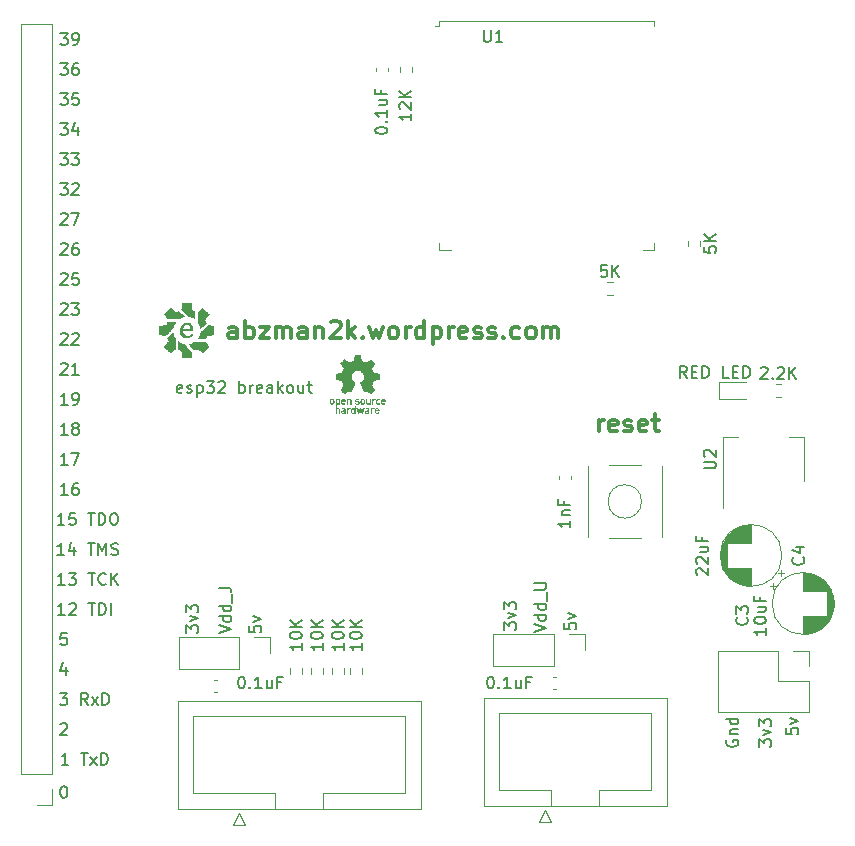
<source format=gbr>
%TF.GenerationSoftware,KiCad,Pcbnew,(6.0.0)*%
%TF.CreationDate,2022-01-04T00:38:11-05:00*%
%TF.ProjectId,esp32 breakout,65737033-3220-4627-9265-616b6f75742e,rev?*%
%TF.SameCoordinates,Original*%
%TF.FileFunction,Legend,Top*%
%TF.FilePolarity,Positive*%
%FSLAX46Y46*%
G04 Gerber Fmt 4.6, Leading zero omitted, Abs format (unit mm)*
G04 Created by KiCad (PCBNEW (6.0.0)) date 2022-01-04 00:38:11*
%MOMM*%
%LPD*%
G01*
G04 APERTURE LIST*
%ADD10C,0.150000*%
%ADD11C,0.300000*%
%ADD12C,0.120000*%
G04 APERTURE END LIST*
D10*
X126150952Y-107910380D02*
X126770000Y-107910380D01*
X126436666Y-108291333D01*
X126579523Y-108291333D01*
X126674761Y-108338952D01*
X126722380Y-108386571D01*
X126770000Y-108481809D01*
X126770000Y-108719904D01*
X126722380Y-108815142D01*
X126674761Y-108862761D01*
X126579523Y-108910380D01*
X126293809Y-108910380D01*
X126198571Y-108862761D01*
X126150952Y-108815142D01*
X128531904Y-108910380D02*
X128198571Y-108434190D01*
X127960476Y-108910380D02*
X127960476Y-107910380D01*
X128341428Y-107910380D01*
X128436666Y-107958000D01*
X128484285Y-108005619D01*
X128531904Y-108100857D01*
X128531904Y-108243714D01*
X128484285Y-108338952D01*
X128436666Y-108386571D01*
X128341428Y-108434190D01*
X127960476Y-108434190D01*
X128865238Y-108910380D02*
X129389047Y-108243714D01*
X128865238Y-108243714D02*
X129389047Y-108910380D01*
X129770000Y-108910380D02*
X129770000Y-107910380D01*
X130008095Y-107910380D01*
X130150952Y-107958000D01*
X130246190Y-108053238D01*
X130293809Y-108148476D01*
X130341428Y-108338952D01*
X130341428Y-108481809D01*
X130293809Y-108672285D01*
X130246190Y-108767523D01*
X130150952Y-108862761D01*
X130008095Y-108910380D01*
X129770000Y-108910380D01*
X126238095Y-74985619D02*
X126285714Y-74938000D01*
X126380952Y-74890380D01*
X126619047Y-74890380D01*
X126714285Y-74938000D01*
X126761904Y-74985619D01*
X126809523Y-75080857D01*
X126809523Y-75176095D01*
X126761904Y-75318952D01*
X126190476Y-75890380D01*
X126809523Y-75890380D01*
X127142857Y-74890380D02*
X127761904Y-74890380D01*
X127428571Y-75271333D01*
X127571428Y-75271333D01*
X127666666Y-75318952D01*
X127714285Y-75366571D01*
X127761904Y-75461809D01*
X127761904Y-75699904D01*
X127714285Y-75795142D01*
X127666666Y-75842761D01*
X127571428Y-75890380D01*
X127285714Y-75890380D01*
X127190476Y-75842761D01*
X127142857Y-75795142D01*
X126238095Y-67365619D02*
X126285714Y-67318000D01*
X126380952Y-67270380D01*
X126619047Y-67270380D01*
X126714285Y-67318000D01*
X126761904Y-67365619D01*
X126809523Y-67460857D01*
X126809523Y-67556095D01*
X126761904Y-67698952D01*
X126190476Y-68270380D01*
X126809523Y-68270380D01*
X127142857Y-67270380D02*
X127809523Y-67270380D01*
X127380952Y-68270380D01*
X126206285Y-110545619D02*
X126253904Y-110498000D01*
X126349142Y-110450380D01*
X126587238Y-110450380D01*
X126682476Y-110498000D01*
X126730095Y-110545619D01*
X126777714Y-110640857D01*
X126777714Y-110736095D01*
X126730095Y-110878952D01*
X126158666Y-111450380D01*
X126777714Y-111450380D01*
D11*
X141146285Y-77894571D02*
X141146285Y-77108857D01*
X141074857Y-76966000D01*
X140932000Y-76894571D01*
X140646285Y-76894571D01*
X140503428Y-76966000D01*
X141146285Y-77823142D02*
X141003428Y-77894571D01*
X140646285Y-77894571D01*
X140503428Y-77823142D01*
X140432000Y-77680285D01*
X140432000Y-77537428D01*
X140503428Y-77394571D01*
X140646285Y-77323142D01*
X141003428Y-77323142D01*
X141146285Y-77251714D01*
X141860571Y-77894571D02*
X141860571Y-76394571D01*
X141860571Y-76966000D02*
X142003428Y-76894571D01*
X142289142Y-76894571D01*
X142432000Y-76966000D01*
X142503428Y-77037428D01*
X142574857Y-77180285D01*
X142574857Y-77608857D01*
X142503428Y-77751714D01*
X142432000Y-77823142D01*
X142289142Y-77894571D01*
X142003428Y-77894571D01*
X141860571Y-77823142D01*
X143074857Y-76894571D02*
X143860571Y-76894571D01*
X143074857Y-77894571D01*
X143860571Y-77894571D01*
X144432000Y-77894571D02*
X144432000Y-76894571D01*
X144432000Y-77037428D02*
X144503428Y-76966000D01*
X144646285Y-76894571D01*
X144860571Y-76894571D01*
X145003428Y-76966000D01*
X145074857Y-77108857D01*
X145074857Y-77894571D01*
X145074857Y-77108857D02*
X145146285Y-76966000D01*
X145289142Y-76894571D01*
X145503428Y-76894571D01*
X145646285Y-76966000D01*
X145717714Y-77108857D01*
X145717714Y-77894571D01*
X147074857Y-77894571D02*
X147074857Y-77108857D01*
X147003428Y-76966000D01*
X146860571Y-76894571D01*
X146574857Y-76894571D01*
X146432000Y-76966000D01*
X147074857Y-77823142D02*
X146932000Y-77894571D01*
X146574857Y-77894571D01*
X146432000Y-77823142D01*
X146360571Y-77680285D01*
X146360571Y-77537428D01*
X146432000Y-77394571D01*
X146574857Y-77323142D01*
X146932000Y-77323142D01*
X147074857Y-77251714D01*
X147789142Y-76894571D02*
X147789142Y-77894571D01*
X147789142Y-77037428D02*
X147860571Y-76966000D01*
X148003428Y-76894571D01*
X148217714Y-76894571D01*
X148360571Y-76966000D01*
X148432000Y-77108857D01*
X148432000Y-77894571D01*
X149074857Y-76537428D02*
X149146285Y-76466000D01*
X149289142Y-76394571D01*
X149646285Y-76394571D01*
X149789142Y-76466000D01*
X149860571Y-76537428D01*
X149932000Y-76680285D01*
X149932000Y-76823142D01*
X149860571Y-77037428D01*
X149003428Y-77894571D01*
X149932000Y-77894571D01*
X150574857Y-77894571D02*
X150574857Y-76394571D01*
X150717714Y-77323142D02*
X151146285Y-77894571D01*
X151146285Y-76894571D02*
X150574857Y-77466000D01*
X151789142Y-77751714D02*
X151860571Y-77823142D01*
X151789142Y-77894571D01*
X151717714Y-77823142D01*
X151789142Y-77751714D01*
X151789142Y-77894571D01*
X152360571Y-76894571D02*
X152646285Y-77894571D01*
X152932000Y-77180285D01*
X153217714Y-77894571D01*
X153503428Y-76894571D01*
X154289142Y-77894571D02*
X154146285Y-77823142D01*
X154074857Y-77751714D01*
X154003428Y-77608857D01*
X154003428Y-77180285D01*
X154074857Y-77037428D01*
X154146285Y-76966000D01*
X154289142Y-76894571D01*
X154503428Y-76894571D01*
X154646285Y-76966000D01*
X154717714Y-77037428D01*
X154789142Y-77180285D01*
X154789142Y-77608857D01*
X154717714Y-77751714D01*
X154646285Y-77823142D01*
X154503428Y-77894571D01*
X154289142Y-77894571D01*
X155432000Y-77894571D02*
X155432000Y-76894571D01*
X155432000Y-77180285D02*
X155503428Y-77037428D01*
X155574857Y-76966000D01*
X155717714Y-76894571D01*
X155860571Y-76894571D01*
X157003428Y-77894571D02*
X157003428Y-76394571D01*
X157003428Y-77823142D02*
X156860571Y-77894571D01*
X156574857Y-77894571D01*
X156432000Y-77823142D01*
X156360571Y-77751714D01*
X156289142Y-77608857D01*
X156289142Y-77180285D01*
X156360571Y-77037428D01*
X156432000Y-76966000D01*
X156574857Y-76894571D01*
X156860571Y-76894571D01*
X157003428Y-76966000D01*
X157717714Y-76894571D02*
X157717714Y-78394571D01*
X157717714Y-76966000D02*
X157860571Y-76894571D01*
X158146285Y-76894571D01*
X158289142Y-76966000D01*
X158360571Y-77037428D01*
X158432000Y-77180285D01*
X158432000Y-77608857D01*
X158360571Y-77751714D01*
X158289142Y-77823142D01*
X158146285Y-77894571D01*
X157860571Y-77894571D01*
X157717714Y-77823142D01*
X159074857Y-77894571D02*
X159074857Y-76894571D01*
X159074857Y-77180285D02*
X159146285Y-77037428D01*
X159217714Y-76966000D01*
X159360571Y-76894571D01*
X159503428Y-76894571D01*
X160574857Y-77823142D02*
X160432000Y-77894571D01*
X160146285Y-77894571D01*
X160003428Y-77823142D01*
X159932000Y-77680285D01*
X159932000Y-77108857D01*
X160003428Y-76966000D01*
X160146285Y-76894571D01*
X160432000Y-76894571D01*
X160574857Y-76966000D01*
X160646285Y-77108857D01*
X160646285Y-77251714D01*
X159932000Y-77394571D01*
X161217714Y-77823142D02*
X161360571Y-77894571D01*
X161646285Y-77894571D01*
X161789142Y-77823142D01*
X161860571Y-77680285D01*
X161860571Y-77608857D01*
X161789142Y-77466000D01*
X161646285Y-77394571D01*
X161432000Y-77394571D01*
X161289142Y-77323142D01*
X161217714Y-77180285D01*
X161217714Y-77108857D01*
X161289142Y-76966000D01*
X161432000Y-76894571D01*
X161646285Y-76894571D01*
X161789142Y-76966000D01*
X162432000Y-77823142D02*
X162574857Y-77894571D01*
X162860571Y-77894571D01*
X163003428Y-77823142D01*
X163074857Y-77680285D01*
X163074857Y-77608857D01*
X163003428Y-77466000D01*
X162860571Y-77394571D01*
X162646285Y-77394571D01*
X162503428Y-77323142D01*
X162432000Y-77180285D01*
X162432000Y-77108857D01*
X162503428Y-76966000D01*
X162646285Y-76894571D01*
X162860571Y-76894571D01*
X163003428Y-76966000D01*
X163717714Y-77751714D02*
X163789142Y-77823142D01*
X163717714Y-77894571D01*
X163646285Y-77823142D01*
X163717714Y-77751714D01*
X163717714Y-77894571D01*
X165074857Y-77823142D02*
X164932000Y-77894571D01*
X164646285Y-77894571D01*
X164503428Y-77823142D01*
X164432000Y-77751714D01*
X164360571Y-77608857D01*
X164360571Y-77180285D01*
X164432000Y-77037428D01*
X164503428Y-76966000D01*
X164646285Y-76894571D01*
X164932000Y-76894571D01*
X165074857Y-76966000D01*
X165932000Y-77894571D02*
X165789142Y-77823142D01*
X165717714Y-77751714D01*
X165646285Y-77608857D01*
X165646285Y-77180285D01*
X165717714Y-77037428D01*
X165789142Y-76966000D01*
X165932000Y-76894571D01*
X166146285Y-76894571D01*
X166289142Y-76966000D01*
X166360571Y-77037428D01*
X166432000Y-77180285D01*
X166432000Y-77608857D01*
X166360571Y-77751714D01*
X166289142Y-77823142D01*
X166146285Y-77894571D01*
X165932000Y-77894571D01*
X167074857Y-77894571D02*
X167074857Y-76894571D01*
X167074857Y-77037428D02*
X167146285Y-76966000D01*
X167289142Y-76894571D01*
X167503428Y-76894571D01*
X167646285Y-76966000D01*
X167717714Y-77108857D01*
X167717714Y-77894571D01*
X167717714Y-77108857D02*
X167789142Y-76966000D01*
X167932000Y-76894571D01*
X168146285Y-76894571D01*
X168289142Y-76966000D01*
X168360571Y-77108857D01*
X168360571Y-77894571D01*
D10*
X166330380Y-102726857D02*
X167330380Y-102393523D01*
X166330380Y-102060190D01*
X167330380Y-101298285D02*
X166330380Y-101298285D01*
X167282761Y-101298285D02*
X167330380Y-101393523D01*
X167330380Y-101584000D01*
X167282761Y-101679238D01*
X167235142Y-101726857D01*
X167139904Y-101774476D01*
X166854190Y-101774476D01*
X166758952Y-101726857D01*
X166711333Y-101679238D01*
X166663714Y-101584000D01*
X166663714Y-101393523D01*
X166711333Y-101298285D01*
X167330380Y-100393523D02*
X166330380Y-100393523D01*
X167282761Y-100393523D02*
X167330380Y-100488761D01*
X167330380Y-100679238D01*
X167282761Y-100774476D01*
X167235142Y-100822095D01*
X167139904Y-100869714D01*
X166854190Y-100869714D01*
X166758952Y-100822095D01*
X166711333Y-100774476D01*
X166663714Y-100679238D01*
X166663714Y-100488761D01*
X166711333Y-100393523D01*
X167425619Y-100155428D02*
X167425619Y-99393523D01*
X166330380Y-99155428D02*
X167139904Y-99155428D01*
X167235142Y-99107809D01*
X167282761Y-99060190D01*
X167330380Y-98964952D01*
X167330380Y-98774476D01*
X167282761Y-98679238D01*
X167235142Y-98631619D01*
X167139904Y-98584000D01*
X166330380Y-98584000D01*
X136493904Y-82446761D02*
X136398666Y-82494380D01*
X136208190Y-82494380D01*
X136112952Y-82446761D01*
X136065333Y-82351523D01*
X136065333Y-81970571D01*
X136112952Y-81875333D01*
X136208190Y-81827714D01*
X136398666Y-81827714D01*
X136493904Y-81875333D01*
X136541523Y-81970571D01*
X136541523Y-82065809D01*
X136065333Y-82161047D01*
X136922476Y-82446761D02*
X137017714Y-82494380D01*
X137208190Y-82494380D01*
X137303428Y-82446761D01*
X137351047Y-82351523D01*
X137351047Y-82303904D01*
X137303428Y-82208666D01*
X137208190Y-82161047D01*
X137065333Y-82161047D01*
X136970095Y-82113428D01*
X136922476Y-82018190D01*
X136922476Y-81970571D01*
X136970095Y-81875333D01*
X137065333Y-81827714D01*
X137208190Y-81827714D01*
X137303428Y-81875333D01*
X137779619Y-81827714D02*
X137779619Y-82827714D01*
X137779619Y-81875333D02*
X137874857Y-81827714D01*
X138065333Y-81827714D01*
X138160571Y-81875333D01*
X138208190Y-81922952D01*
X138255809Y-82018190D01*
X138255809Y-82303904D01*
X138208190Y-82399142D01*
X138160571Y-82446761D01*
X138065333Y-82494380D01*
X137874857Y-82494380D01*
X137779619Y-82446761D01*
X138589142Y-81494380D02*
X139208190Y-81494380D01*
X138874857Y-81875333D01*
X139017714Y-81875333D01*
X139112952Y-81922952D01*
X139160571Y-81970571D01*
X139208190Y-82065809D01*
X139208190Y-82303904D01*
X139160571Y-82399142D01*
X139112952Y-82446761D01*
X139017714Y-82494380D01*
X138732000Y-82494380D01*
X138636761Y-82446761D01*
X138589142Y-82399142D01*
X139589142Y-81589619D02*
X139636761Y-81542000D01*
X139732000Y-81494380D01*
X139970095Y-81494380D01*
X140065333Y-81542000D01*
X140112952Y-81589619D01*
X140160571Y-81684857D01*
X140160571Y-81780095D01*
X140112952Y-81922952D01*
X139541523Y-82494380D01*
X140160571Y-82494380D01*
X141351047Y-82494380D02*
X141351047Y-81494380D01*
X141351047Y-81875333D02*
X141446285Y-81827714D01*
X141636761Y-81827714D01*
X141732000Y-81875333D01*
X141779619Y-81922952D01*
X141827238Y-82018190D01*
X141827238Y-82303904D01*
X141779619Y-82399142D01*
X141732000Y-82446761D01*
X141636761Y-82494380D01*
X141446285Y-82494380D01*
X141351047Y-82446761D01*
X142255809Y-82494380D02*
X142255809Y-81827714D01*
X142255809Y-82018190D02*
X142303428Y-81922952D01*
X142351047Y-81875333D01*
X142446285Y-81827714D01*
X142541523Y-81827714D01*
X143255809Y-82446761D02*
X143160571Y-82494380D01*
X142970095Y-82494380D01*
X142874857Y-82446761D01*
X142827238Y-82351523D01*
X142827238Y-81970571D01*
X142874857Y-81875333D01*
X142970095Y-81827714D01*
X143160571Y-81827714D01*
X143255809Y-81875333D01*
X143303428Y-81970571D01*
X143303428Y-82065809D01*
X142827238Y-82161047D01*
X144160571Y-82494380D02*
X144160571Y-81970571D01*
X144112952Y-81875333D01*
X144017714Y-81827714D01*
X143827238Y-81827714D01*
X143732000Y-81875333D01*
X144160571Y-82446761D02*
X144065333Y-82494380D01*
X143827238Y-82494380D01*
X143732000Y-82446761D01*
X143684380Y-82351523D01*
X143684380Y-82256285D01*
X143732000Y-82161047D01*
X143827238Y-82113428D01*
X144065333Y-82113428D01*
X144160571Y-82065809D01*
X144636761Y-82494380D02*
X144636761Y-81494380D01*
X144732000Y-82113428D02*
X145017714Y-82494380D01*
X145017714Y-81827714D02*
X144636761Y-82208666D01*
X145589142Y-82494380D02*
X145493904Y-82446761D01*
X145446285Y-82399142D01*
X145398666Y-82303904D01*
X145398666Y-82018190D01*
X145446285Y-81922952D01*
X145493904Y-81875333D01*
X145589142Y-81827714D01*
X145732000Y-81827714D01*
X145827238Y-81875333D01*
X145874857Y-81922952D01*
X145922476Y-82018190D01*
X145922476Y-82303904D01*
X145874857Y-82399142D01*
X145827238Y-82446761D01*
X145732000Y-82494380D01*
X145589142Y-82494380D01*
X146779619Y-81827714D02*
X146779619Y-82494380D01*
X146351047Y-81827714D02*
X146351047Y-82351523D01*
X146398666Y-82446761D01*
X146493904Y-82494380D01*
X146636761Y-82494380D01*
X146732000Y-82446761D01*
X146779619Y-82399142D01*
X147112952Y-81827714D02*
X147493904Y-81827714D01*
X147255809Y-81494380D02*
X147255809Y-82351523D01*
X147303428Y-82446761D01*
X147398666Y-82494380D01*
X147493904Y-82494380D01*
X126190476Y-62190380D02*
X126809523Y-62190380D01*
X126476190Y-62571333D01*
X126619047Y-62571333D01*
X126714285Y-62618952D01*
X126761904Y-62666571D01*
X126809523Y-62761809D01*
X126809523Y-62999904D01*
X126761904Y-63095142D01*
X126714285Y-63142761D01*
X126619047Y-63190380D01*
X126333333Y-63190380D01*
X126238095Y-63142761D01*
X126190476Y-63095142D01*
X127142857Y-62190380D02*
X127761904Y-62190380D01*
X127428571Y-62571333D01*
X127571428Y-62571333D01*
X127666666Y-62618952D01*
X127714285Y-62666571D01*
X127761904Y-62761809D01*
X127761904Y-62999904D01*
X127714285Y-63095142D01*
X127666666Y-63142761D01*
X127571428Y-63190380D01*
X127285714Y-63190380D01*
X127190476Y-63142761D01*
X127142857Y-63095142D01*
X126809523Y-83510380D02*
X126238095Y-83510380D01*
X126523809Y-83510380D02*
X126523809Y-82510380D01*
X126428571Y-82653238D01*
X126333333Y-82748476D01*
X126238095Y-82796095D01*
X127285714Y-83510380D02*
X127476190Y-83510380D01*
X127571428Y-83462761D01*
X127619047Y-83415142D01*
X127714285Y-83272285D01*
X127761904Y-83081809D01*
X127761904Y-82700857D01*
X127714285Y-82605619D01*
X127666666Y-82558000D01*
X127571428Y-82510380D01*
X127380952Y-82510380D01*
X127285714Y-82558000D01*
X127238095Y-82605619D01*
X127190476Y-82700857D01*
X127190476Y-82938952D01*
X127238095Y-83034190D01*
X127285714Y-83081809D01*
X127380952Y-83129428D01*
X127571428Y-83129428D01*
X127666666Y-83081809D01*
X127714285Y-83034190D01*
X127761904Y-82938952D01*
X126238095Y-69905619D02*
X126285714Y-69858000D01*
X126380952Y-69810380D01*
X126619047Y-69810380D01*
X126714285Y-69858000D01*
X126761904Y-69905619D01*
X126809523Y-70000857D01*
X126809523Y-70096095D01*
X126761904Y-70238952D01*
X126190476Y-70810380D01*
X126809523Y-70810380D01*
X127666666Y-69810380D02*
X127476190Y-69810380D01*
X127380952Y-69858000D01*
X127333333Y-69905619D01*
X127238095Y-70048476D01*
X127190476Y-70238952D01*
X127190476Y-70619904D01*
X127238095Y-70715142D01*
X127285714Y-70762761D01*
X127380952Y-70810380D01*
X127571428Y-70810380D01*
X127666666Y-70762761D01*
X127714285Y-70715142D01*
X127761904Y-70619904D01*
X127761904Y-70381809D01*
X127714285Y-70286571D01*
X127666666Y-70238952D01*
X127571428Y-70191333D01*
X127380952Y-70191333D01*
X127285714Y-70238952D01*
X127238095Y-70286571D01*
X127190476Y-70381809D01*
X168870380Y-101996857D02*
X168870380Y-102473047D01*
X169346571Y-102520666D01*
X169298952Y-102473047D01*
X169251333Y-102377809D01*
X169251333Y-102139714D01*
X169298952Y-102044476D01*
X169346571Y-101996857D01*
X169441809Y-101949238D01*
X169679904Y-101949238D01*
X169775142Y-101996857D01*
X169822761Y-102044476D01*
X169870380Y-102139714D01*
X169870380Y-102377809D01*
X169822761Y-102473047D01*
X169775142Y-102520666D01*
X169203714Y-101615904D02*
X169870380Y-101377809D01*
X169203714Y-101139714D01*
X126809523Y-86050380D02*
X126238095Y-86050380D01*
X126523809Y-86050380D02*
X126523809Y-85050380D01*
X126428571Y-85193238D01*
X126333333Y-85288476D01*
X126238095Y-85336095D01*
X127380952Y-85478952D02*
X127285714Y-85431333D01*
X127238095Y-85383714D01*
X127190476Y-85288476D01*
X127190476Y-85240857D01*
X127238095Y-85145619D01*
X127285714Y-85098000D01*
X127380952Y-85050380D01*
X127571428Y-85050380D01*
X127666666Y-85098000D01*
X127714285Y-85145619D01*
X127761904Y-85240857D01*
X127761904Y-85288476D01*
X127714285Y-85383714D01*
X127666666Y-85431333D01*
X127571428Y-85478952D01*
X127380952Y-85478952D01*
X127285714Y-85526571D01*
X127238095Y-85574190D01*
X127190476Y-85669428D01*
X127190476Y-85859904D01*
X127238095Y-85955142D01*
X127285714Y-86002761D01*
X127380952Y-86050380D01*
X127571428Y-86050380D01*
X127666666Y-86002761D01*
X127714285Y-85955142D01*
X127761904Y-85859904D01*
X127761904Y-85669428D01*
X127714285Y-85574190D01*
X127666666Y-85526571D01*
X127571428Y-85478952D01*
X126238095Y-77525619D02*
X126285714Y-77478000D01*
X126380952Y-77430380D01*
X126619047Y-77430380D01*
X126714285Y-77478000D01*
X126761904Y-77525619D01*
X126809523Y-77620857D01*
X126809523Y-77716095D01*
X126761904Y-77858952D01*
X126190476Y-78430380D01*
X126809523Y-78430380D01*
X127190476Y-77525619D02*
X127238095Y-77478000D01*
X127333333Y-77430380D01*
X127571428Y-77430380D01*
X127666666Y-77478000D01*
X127714285Y-77525619D01*
X127761904Y-77620857D01*
X127761904Y-77716095D01*
X127714285Y-77858952D01*
X127142857Y-78430380D01*
X127761904Y-78430380D01*
X126682476Y-105703714D02*
X126682476Y-106370380D01*
X126444380Y-105322761D02*
X126206285Y-106037047D01*
X126825333Y-106037047D01*
X126809523Y-88590380D02*
X126238095Y-88590380D01*
X126523809Y-88590380D02*
X126523809Y-87590380D01*
X126428571Y-87733238D01*
X126333333Y-87828476D01*
X126238095Y-87876095D01*
X127142857Y-87590380D02*
X127809523Y-87590380D01*
X127380952Y-88590380D01*
X126571619Y-98750380D02*
X126000190Y-98750380D01*
X126285904Y-98750380D02*
X126285904Y-97750380D01*
X126190666Y-97893238D01*
X126095428Y-97988476D01*
X126000190Y-98036095D01*
X126904952Y-97750380D02*
X127524000Y-97750380D01*
X127190666Y-98131333D01*
X127333523Y-98131333D01*
X127428761Y-98178952D01*
X127476380Y-98226571D01*
X127524000Y-98321809D01*
X127524000Y-98559904D01*
X127476380Y-98655142D01*
X127428761Y-98702761D01*
X127333523Y-98750380D01*
X127047809Y-98750380D01*
X126952571Y-98702761D01*
X126904952Y-98655142D01*
X128571619Y-97750380D02*
X129143047Y-97750380D01*
X128857333Y-98750380D02*
X128857333Y-97750380D01*
X130047809Y-98655142D02*
X130000190Y-98702761D01*
X129857333Y-98750380D01*
X129762095Y-98750380D01*
X129619238Y-98702761D01*
X129524000Y-98607523D01*
X129476380Y-98512285D01*
X129428761Y-98321809D01*
X129428761Y-98178952D01*
X129476380Y-97988476D01*
X129524000Y-97893238D01*
X129619238Y-97798000D01*
X129762095Y-97750380D01*
X129857333Y-97750380D01*
X130000190Y-97798000D01*
X130047809Y-97845619D01*
X130476380Y-98750380D02*
X130476380Y-97750380D01*
X131047809Y-98750380D02*
X130619238Y-98178952D01*
X131047809Y-97750380D02*
X130476380Y-98321809D01*
X126238095Y-80065619D02*
X126285714Y-80018000D01*
X126380952Y-79970380D01*
X126619047Y-79970380D01*
X126714285Y-80018000D01*
X126761904Y-80065619D01*
X126809523Y-80160857D01*
X126809523Y-80256095D01*
X126761904Y-80398952D01*
X126190476Y-80970380D01*
X126809523Y-80970380D01*
X127761904Y-80970380D02*
X127190476Y-80970380D01*
X127476190Y-80970380D02*
X127476190Y-79970380D01*
X127380952Y-80113238D01*
X127285714Y-80208476D01*
X127190476Y-80256095D01*
X126579523Y-101290380D02*
X126008095Y-101290380D01*
X126293809Y-101290380D02*
X126293809Y-100290380D01*
X126198571Y-100433238D01*
X126103333Y-100528476D01*
X126008095Y-100576095D01*
X126960476Y-100385619D02*
X127008095Y-100338000D01*
X127103333Y-100290380D01*
X127341428Y-100290380D01*
X127436666Y-100338000D01*
X127484285Y-100385619D01*
X127531904Y-100480857D01*
X127531904Y-100576095D01*
X127484285Y-100718952D01*
X126912857Y-101290380D01*
X127531904Y-101290380D01*
X128579523Y-100290380D02*
X129150952Y-100290380D01*
X128865238Y-101290380D02*
X128865238Y-100290380D01*
X129484285Y-101290380D02*
X129484285Y-100290380D01*
X129722380Y-100290380D01*
X129865238Y-100338000D01*
X129960476Y-100433238D01*
X130008095Y-100528476D01*
X130055714Y-100718952D01*
X130055714Y-100861809D01*
X130008095Y-101052285D01*
X129960476Y-101147523D01*
X129865238Y-101242761D01*
X129722380Y-101290380D01*
X129484285Y-101290380D01*
X130484285Y-101290380D02*
X130484285Y-100290380D01*
X126238095Y-72445619D02*
X126285714Y-72398000D01*
X126380952Y-72350380D01*
X126619047Y-72350380D01*
X126714285Y-72398000D01*
X126761904Y-72445619D01*
X126809523Y-72540857D01*
X126809523Y-72636095D01*
X126761904Y-72778952D01*
X126190476Y-73350380D01*
X126809523Y-73350380D01*
X127714285Y-72350380D02*
X127238095Y-72350380D01*
X127190476Y-72826571D01*
X127238095Y-72778952D01*
X127333333Y-72731333D01*
X127571428Y-72731333D01*
X127666666Y-72778952D01*
X127714285Y-72826571D01*
X127761904Y-72921809D01*
X127761904Y-73159904D01*
X127714285Y-73255142D01*
X127666666Y-73302761D01*
X127571428Y-73350380D01*
X127333333Y-73350380D01*
X127238095Y-73302761D01*
X127190476Y-73255142D01*
X126190476Y-57110380D02*
X126809523Y-57110380D01*
X126476190Y-57491333D01*
X126619047Y-57491333D01*
X126714285Y-57538952D01*
X126761904Y-57586571D01*
X126809523Y-57681809D01*
X126809523Y-57919904D01*
X126761904Y-58015142D01*
X126714285Y-58062761D01*
X126619047Y-58110380D01*
X126333333Y-58110380D01*
X126238095Y-58062761D01*
X126190476Y-58015142D01*
X127714285Y-57110380D02*
X127238095Y-57110380D01*
X127190476Y-57586571D01*
X127238095Y-57538952D01*
X127333333Y-57491333D01*
X127571428Y-57491333D01*
X127666666Y-57538952D01*
X127714285Y-57586571D01*
X127761904Y-57681809D01*
X127761904Y-57919904D01*
X127714285Y-58015142D01*
X127666666Y-58062761D01*
X127571428Y-58110380D01*
X127333333Y-58110380D01*
X127238095Y-58062761D01*
X127190476Y-58015142D01*
D11*
X171815428Y-85768571D02*
X171815428Y-84768571D01*
X171815428Y-85054285D02*
X171886857Y-84911428D01*
X171958285Y-84840000D01*
X172101142Y-84768571D01*
X172244000Y-84768571D01*
X173315428Y-85697142D02*
X173172571Y-85768571D01*
X172886857Y-85768571D01*
X172744000Y-85697142D01*
X172672571Y-85554285D01*
X172672571Y-84982857D01*
X172744000Y-84840000D01*
X172886857Y-84768571D01*
X173172571Y-84768571D01*
X173315428Y-84840000D01*
X173386857Y-84982857D01*
X173386857Y-85125714D01*
X172672571Y-85268571D01*
X173958285Y-85697142D02*
X174101142Y-85768571D01*
X174386857Y-85768571D01*
X174529714Y-85697142D01*
X174601142Y-85554285D01*
X174601142Y-85482857D01*
X174529714Y-85340000D01*
X174386857Y-85268571D01*
X174172571Y-85268571D01*
X174029714Y-85197142D01*
X173958285Y-85054285D01*
X173958285Y-84982857D01*
X174029714Y-84840000D01*
X174172571Y-84768571D01*
X174386857Y-84768571D01*
X174529714Y-84840000D01*
X175815428Y-85697142D02*
X175672571Y-85768571D01*
X175386857Y-85768571D01*
X175244000Y-85697142D01*
X175172571Y-85554285D01*
X175172571Y-84982857D01*
X175244000Y-84840000D01*
X175386857Y-84768571D01*
X175672571Y-84768571D01*
X175815428Y-84840000D01*
X175886857Y-84982857D01*
X175886857Y-85125714D01*
X175172571Y-85268571D01*
X176315428Y-84768571D02*
X176886857Y-84768571D01*
X176529714Y-84268571D02*
X176529714Y-85554285D01*
X176601142Y-85697142D01*
X176744000Y-85768571D01*
X176886857Y-85768571D01*
D10*
X187666380Y-110886857D02*
X187666380Y-111363047D01*
X188142571Y-111410666D01*
X188094952Y-111363047D01*
X188047333Y-111267809D01*
X188047333Y-111029714D01*
X188094952Y-110934476D01*
X188142571Y-110886857D01*
X188237809Y-110839238D01*
X188475904Y-110839238D01*
X188571142Y-110886857D01*
X188618761Y-110934476D01*
X188666380Y-111029714D01*
X188666380Y-111267809D01*
X188618761Y-111363047D01*
X188571142Y-111410666D01*
X187999714Y-110505904D02*
X188666380Y-110267809D01*
X187999714Y-110029714D01*
X126730095Y-102830380D02*
X126253904Y-102830380D01*
X126206285Y-103306571D01*
X126253904Y-103258952D01*
X126349142Y-103211333D01*
X126587238Y-103211333D01*
X126682476Y-103258952D01*
X126730095Y-103306571D01*
X126777714Y-103401809D01*
X126777714Y-103639904D01*
X126730095Y-103735142D01*
X126682476Y-103782761D01*
X126587238Y-103830380D01*
X126349142Y-103830380D01*
X126253904Y-103782761D01*
X126206285Y-103735142D01*
X126524000Y-96210380D02*
X125952571Y-96210380D01*
X126238285Y-96210380D02*
X126238285Y-95210380D01*
X126143047Y-95353238D01*
X126047809Y-95448476D01*
X125952571Y-95496095D01*
X127381142Y-95543714D02*
X127381142Y-96210380D01*
X127143047Y-95162761D02*
X126904952Y-95877047D01*
X127524000Y-95877047D01*
X128524000Y-95210380D02*
X129095428Y-95210380D01*
X128809714Y-96210380D02*
X128809714Y-95210380D01*
X129428761Y-96210380D02*
X129428761Y-95210380D01*
X129762095Y-95924666D01*
X130095428Y-95210380D01*
X130095428Y-96210380D01*
X130524000Y-96162761D02*
X130666857Y-96210380D01*
X130904952Y-96210380D01*
X131000190Y-96162761D01*
X131047809Y-96115142D01*
X131095428Y-96019904D01*
X131095428Y-95924666D01*
X131047809Y-95829428D01*
X131000190Y-95781809D01*
X130904952Y-95734190D01*
X130714476Y-95686571D01*
X130619238Y-95638952D01*
X130571619Y-95591333D01*
X130524000Y-95496095D01*
X130524000Y-95400857D01*
X130571619Y-95305619D01*
X130619238Y-95258000D01*
X130714476Y-95210380D01*
X130952571Y-95210380D01*
X131095428Y-95258000D01*
X126444380Y-115784380D02*
X126539619Y-115784380D01*
X126634857Y-115832000D01*
X126682476Y-115879619D01*
X126730095Y-115974857D01*
X126777714Y-116165333D01*
X126777714Y-116403428D01*
X126730095Y-116593904D01*
X126682476Y-116689142D01*
X126634857Y-116736761D01*
X126539619Y-116784380D01*
X126444380Y-116784380D01*
X126349142Y-116736761D01*
X126301523Y-116689142D01*
X126253904Y-116593904D01*
X126206285Y-116403428D01*
X126206285Y-116165333D01*
X126253904Y-115974857D01*
X126301523Y-115879619D01*
X126349142Y-115832000D01*
X126444380Y-115784380D01*
X126809523Y-91130380D02*
X126238095Y-91130380D01*
X126523809Y-91130380D02*
X126523809Y-90130380D01*
X126428571Y-90273238D01*
X126333333Y-90368476D01*
X126238095Y-90416095D01*
X127666666Y-90130380D02*
X127476190Y-90130380D01*
X127380952Y-90178000D01*
X127333333Y-90225619D01*
X127238095Y-90368476D01*
X127190476Y-90558952D01*
X127190476Y-90939904D01*
X127238095Y-91035142D01*
X127285714Y-91082761D01*
X127380952Y-91130380D01*
X127571428Y-91130380D01*
X127666666Y-91082761D01*
X127714285Y-91035142D01*
X127761904Y-90939904D01*
X127761904Y-90701809D01*
X127714285Y-90606571D01*
X127666666Y-90558952D01*
X127571428Y-90511333D01*
X127380952Y-90511333D01*
X127285714Y-90558952D01*
X127238095Y-90606571D01*
X127190476Y-90701809D01*
X182634000Y-111894857D02*
X182586380Y-111990095D01*
X182586380Y-112132952D01*
X182634000Y-112275809D01*
X182729238Y-112371047D01*
X182824476Y-112418666D01*
X183014952Y-112466285D01*
X183157809Y-112466285D01*
X183348285Y-112418666D01*
X183443523Y-112371047D01*
X183538761Y-112275809D01*
X183586380Y-112132952D01*
X183586380Y-112037714D01*
X183538761Y-111894857D01*
X183491142Y-111847238D01*
X183157809Y-111847238D01*
X183157809Y-112037714D01*
X182919714Y-111418666D02*
X183586380Y-111418666D01*
X183014952Y-111418666D02*
X182967333Y-111371047D01*
X182919714Y-111275809D01*
X182919714Y-111132952D01*
X182967333Y-111037714D01*
X183062571Y-110990095D01*
X183586380Y-110990095D01*
X183586380Y-110085333D02*
X182586380Y-110085333D01*
X183538761Y-110085333D02*
X183586380Y-110180571D01*
X183586380Y-110371047D01*
X183538761Y-110466285D01*
X183491142Y-110513904D01*
X183395904Y-110561523D01*
X183110190Y-110561523D01*
X183014952Y-110513904D01*
X182967333Y-110466285D01*
X182919714Y-110371047D01*
X182919714Y-110180571D01*
X182967333Y-110085333D01*
X126190476Y-54570380D02*
X126809523Y-54570380D01*
X126476190Y-54951333D01*
X126619047Y-54951333D01*
X126714285Y-54998952D01*
X126761904Y-55046571D01*
X126809523Y-55141809D01*
X126809523Y-55379904D01*
X126761904Y-55475142D01*
X126714285Y-55522761D01*
X126619047Y-55570380D01*
X126333333Y-55570380D01*
X126238095Y-55522761D01*
X126190476Y-55475142D01*
X127666666Y-54570380D02*
X127476190Y-54570380D01*
X127380952Y-54618000D01*
X127333333Y-54665619D01*
X127238095Y-54808476D01*
X127190476Y-54998952D01*
X127190476Y-55379904D01*
X127238095Y-55475142D01*
X127285714Y-55522761D01*
X127380952Y-55570380D01*
X127571428Y-55570380D01*
X127666666Y-55522761D01*
X127714285Y-55475142D01*
X127761904Y-55379904D01*
X127761904Y-55141809D01*
X127714285Y-55046571D01*
X127666666Y-54998952D01*
X127571428Y-54951333D01*
X127380952Y-54951333D01*
X127285714Y-54998952D01*
X127238095Y-55046571D01*
X127190476Y-55141809D01*
X136866380Y-102790476D02*
X136866380Y-102171428D01*
X137247333Y-102504761D01*
X137247333Y-102361904D01*
X137294952Y-102266666D01*
X137342571Y-102219047D01*
X137437809Y-102171428D01*
X137675904Y-102171428D01*
X137771142Y-102219047D01*
X137818761Y-102266666D01*
X137866380Y-102361904D01*
X137866380Y-102647619D01*
X137818761Y-102742857D01*
X137771142Y-102790476D01*
X137199714Y-101838095D02*
X137866380Y-101600000D01*
X137199714Y-101361904D01*
X136866380Y-101076190D02*
X136866380Y-100457142D01*
X137247333Y-100790476D01*
X137247333Y-100647619D01*
X137294952Y-100552380D01*
X137342571Y-100504761D01*
X137437809Y-100457142D01*
X137675904Y-100457142D01*
X137771142Y-100504761D01*
X137818761Y-100552380D01*
X137866380Y-100647619D01*
X137866380Y-100933333D01*
X137818761Y-101028571D01*
X137771142Y-101076190D01*
X126547809Y-93670380D02*
X125976380Y-93670380D01*
X126262095Y-93670380D02*
X126262095Y-92670380D01*
X126166857Y-92813238D01*
X126071619Y-92908476D01*
X125976380Y-92956095D01*
X127452571Y-92670380D02*
X126976380Y-92670380D01*
X126928761Y-93146571D01*
X126976380Y-93098952D01*
X127071619Y-93051333D01*
X127309714Y-93051333D01*
X127404952Y-93098952D01*
X127452571Y-93146571D01*
X127500190Y-93241809D01*
X127500190Y-93479904D01*
X127452571Y-93575142D01*
X127404952Y-93622761D01*
X127309714Y-93670380D01*
X127071619Y-93670380D01*
X126976380Y-93622761D01*
X126928761Y-93575142D01*
X128547809Y-92670380D02*
X129119238Y-92670380D01*
X128833523Y-93670380D02*
X128833523Y-92670380D01*
X129452571Y-93670380D02*
X129452571Y-92670380D01*
X129690666Y-92670380D01*
X129833523Y-92718000D01*
X129928761Y-92813238D01*
X129976380Y-92908476D01*
X130024000Y-93098952D01*
X130024000Y-93241809D01*
X129976380Y-93432285D01*
X129928761Y-93527523D01*
X129833523Y-93622761D01*
X129690666Y-93670380D01*
X129452571Y-93670380D01*
X130643047Y-92670380D02*
X130833523Y-92670380D01*
X130928761Y-92718000D01*
X131024000Y-92813238D01*
X131071619Y-93003714D01*
X131071619Y-93337047D01*
X131024000Y-93527523D01*
X130928761Y-93622761D01*
X130833523Y-93670380D01*
X130643047Y-93670380D01*
X130547809Y-93622761D01*
X130452571Y-93527523D01*
X130404952Y-93337047D01*
X130404952Y-93003714D01*
X130452571Y-92813238D01*
X130547809Y-92718000D01*
X130643047Y-92670380D01*
X142200380Y-102250857D02*
X142200380Y-102727047D01*
X142676571Y-102774666D01*
X142628952Y-102727047D01*
X142581333Y-102631809D01*
X142581333Y-102393714D01*
X142628952Y-102298476D01*
X142676571Y-102250857D01*
X142771809Y-102203238D01*
X143009904Y-102203238D01*
X143105142Y-102250857D01*
X143152761Y-102298476D01*
X143200380Y-102393714D01*
X143200380Y-102631809D01*
X143152761Y-102727047D01*
X143105142Y-102774666D01*
X142533714Y-101869904D02*
X143200380Y-101631809D01*
X142533714Y-101393714D01*
X126889047Y-113990380D02*
X126317619Y-113990380D01*
X126603333Y-113990380D02*
X126603333Y-112990380D01*
X126508095Y-113133238D01*
X126412857Y-113228476D01*
X126317619Y-113276095D01*
X127936666Y-112990380D02*
X128508095Y-112990380D01*
X128222380Y-113990380D02*
X128222380Y-112990380D01*
X128746190Y-113990380D02*
X129270000Y-113323714D01*
X128746190Y-113323714D02*
X129270000Y-113990380D01*
X129650952Y-113990380D02*
X129650952Y-112990380D01*
X129889047Y-112990380D01*
X130031904Y-113038000D01*
X130127142Y-113133238D01*
X130174761Y-113228476D01*
X130222380Y-113418952D01*
X130222380Y-113561809D01*
X130174761Y-113752285D01*
X130127142Y-113847523D01*
X130031904Y-113942761D01*
X129889047Y-113990380D01*
X129650952Y-113990380D01*
X126190476Y-52030380D02*
X126809523Y-52030380D01*
X126476190Y-52411333D01*
X126619047Y-52411333D01*
X126714285Y-52458952D01*
X126761904Y-52506571D01*
X126809523Y-52601809D01*
X126809523Y-52839904D01*
X126761904Y-52935142D01*
X126714285Y-52982761D01*
X126619047Y-53030380D01*
X126333333Y-53030380D01*
X126238095Y-52982761D01*
X126190476Y-52935142D01*
X127285714Y-53030380D02*
X127476190Y-53030380D01*
X127571428Y-52982761D01*
X127619047Y-52935142D01*
X127714285Y-52792285D01*
X127761904Y-52601809D01*
X127761904Y-52220857D01*
X127714285Y-52125619D01*
X127666666Y-52078000D01*
X127571428Y-52030380D01*
X127380952Y-52030380D01*
X127285714Y-52078000D01*
X127238095Y-52125619D01*
X127190476Y-52220857D01*
X127190476Y-52458952D01*
X127238095Y-52554190D01*
X127285714Y-52601809D01*
X127380952Y-52649428D01*
X127571428Y-52649428D01*
X127666666Y-52601809D01*
X127714285Y-52554190D01*
X127761904Y-52458952D01*
X163790380Y-102536476D02*
X163790380Y-101917428D01*
X164171333Y-102250761D01*
X164171333Y-102107904D01*
X164218952Y-102012666D01*
X164266571Y-101965047D01*
X164361809Y-101917428D01*
X164599904Y-101917428D01*
X164695142Y-101965047D01*
X164742761Y-102012666D01*
X164790380Y-102107904D01*
X164790380Y-102393619D01*
X164742761Y-102488857D01*
X164695142Y-102536476D01*
X164123714Y-101584095D02*
X164790380Y-101346000D01*
X164123714Y-101107904D01*
X163790380Y-100822190D02*
X163790380Y-100203142D01*
X164171333Y-100536476D01*
X164171333Y-100393619D01*
X164218952Y-100298380D01*
X164266571Y-100250761D01*
X164361809Y-100203142D01*
X164599904Y-100203142D01*
X164695142Y-100250761D01*
X164742761Y-100298380D01*
X164790380Y-100393619D01*
X164790380Y-100679333D01*
X164742761Y-100774571D01*
X164695142Y-100822190D01*
X126190476Y-59650380D02*
X126809523Y-59650380D01*
X126476190Y-60031333D01*
X126619047Y-60031333D01*
X126714285Y-60078952D01*
X126761904Y-60126571D01*
X126809523Y-60221809D01*
X126809523Y-60459904D01*
X126761904Y-60555142D01*
X126714285Y-60602761D01*
X126619047Y-60650380D01*
X126333333Y-60650380D01*
X126238095Y-60602761D01*
X126190476Y-60555142D01*
X127666666Y-59983714D02*
X127666666Y-60650380D01*
X127428571Y-59602761D02*
X127190476Y-60317047D01*
X127809523Y-60317047D01*
X185380380Y-112442476D02*
X185380380Y-111823428D01*
X185761333Y-112156761D01*
X185761333Y-112013904D01*
X185808952Y-111918666D01*
X185856571Y-111871047D01*
X185951809Y-111823428D01*
X186189904Y-111823428D01*
X186285142Y-111871047D01*
X186332761Y-111918666D01*
X186380380Y-112013904D01*
X186380380Y-112299619D01*
X186332761Y-112394857D01*
X186285142Y-112442476D01*
X185713714Y-111490095D02*
X186380380Y-111252000D01*
X185713714Y-111013904D01*
X185380380Y-110728190D02*
X185380380Y-110109142D01*
X185761333Y-110442476D01*
X185761333Y-110299619D01*
X185808952Y-110204380D01*
X185856571Y-110156761D01*
X185951809Y-110109142D01*
X186189904Y-110109142D01*
X186285142Y-110156761D01*
X186332761Y-110204380D01*
X186380380Y-110299619D01*
X186380380Y-110585333D01*
X186332761Y-110680571D01*
X186285142Y-110728190D01*
X126190476Y-64730380D02*
X126809523Y-64730380D01*
X126476190Y-65111333D01*
X126619047Y-65111333D01*
X126714285Y-65158952D01*
X126761904Y-65206571D01*
X126809523Y-65301809D01*
X126809523Y-65539904D01*
X126761904Y-65635142D01*
X126714285Y-65682761D01*
X126619047Y-65730380D01*
X126333333Y-65730380D01*
X126238095Y-65682761D01*
X126190476Y-65635142D01*
X127190476Y-64825619D02*
X127238095Y-64778000D01*
X127333333Y-64730380D01*
X127571428Y-64730380D01*
X127666666Y-64778000D01*
X127714285Y-64825619D01*
X127761904Y-64920857D01*
X127761904Y-65016095D01*
X127714285Y-65158952D01*
X127142857Y-65730380D01*
X127761904Y-65730380D01*
X139660380Y-102838000D02*
X140660380Y-102504666D01*
X139660380Y-102171333D01*
X140660380Y-101409428D02*
X139660380Y-101409428D01*
X140612761Y-101409428D02*
X140660380Y-101504666D01*
X140660380Y-101695142D01*
X140612761Y-101790380D01*
X140565142Y-101838000D01*
X140469904Y-101885619D01*
X140184190Y-101885619D01*
X140088952Y-101838000D01*
X140041333Y-101790380D01*
X139993714Y-101695142D01*
X139993714Y-101504666D01*
X140041333Y-101409428D01*
X140660380Y-100504666D02*
X139660380Y-100504666D01*
X140612761Y-100504666D02*
X140660380Y-100599904D01*
X140660380Y-100790380D01*
X140612761Y-100885619D01*
X140565142Y-100933238D01*
X140469904Y-100980857D01*
X140184190Y-100980857D01*
X140088952Y-100933238D01*
X140041333Y-100885619D01*
X139993714Y-100790380D01*
X139993714Y-100599904D01*
X140041333Y-100504666D01*
X140755619Y-100266571D02*
X140755619Y-99504666D01*
X139660380Y-98980857D02*
X140374666Y-98980857D01*
X140517523Y-99028476D01*
X140612761Y-99123714D01*
X140660380Y-99266571D01*
X140660380Y-99361809D01*
%TO.C,R6*%
X150185380Y-103687476D02*
X150185380Y-104258904D01*
X150185380Y-103973190D02*
X149185380Y-103973190D01*
X149328238Y-104068428D01*
X149423476Y-104163666D01*
X149471095Y-104258904D01*
X149185380Y-103068428D02*
X149185380Y-102973190D01*
X149233000Y-102877952D01*
X149280619Y-102830333D01*
X149375857Y-102782714D01*
X149566333Y-102735095D01*
X149804428Y-102735095D01*
X149994904Y-102782714D01*
X150090142Y-102830333D01*
X150137761Y-102877952D01*
X150185380Y-102973190D01*
X150185380Y-103068428D01*
X150137761Y-103163666D01*
X150090142Y-103211285D01*
X149994904Y-103258904D01*
X149804428Y-103306523D01*
X149566333Y-103306523D01*
X149375857Y-103258904D01*
X149280619Y-103211285D01*
X149233000Y-103163666D01*
X149185380Y-103068428D01*
X150185380Y-102306523D02*
X149185380Y-102306523D01*
X150185380Y-101735095D02*
X149613952Y-102163666D01*
X149185380Y-101735095D02*
X149756809Y-102306523D01*
%TO.C,C6*%
X169362380Y-93305238D02*
X169362380Y-93876666D01*
X169362380Y-93590952D02*
X168362380Y-93590952D01*
X168505238Y-93686190D01*
X168600476Y-93781428D01*
X168648095Y-93876666D01*
X168695714Y-92876666D02*
X169362380Y-92876666D01*
X168790952Y-92876666D02*
X168743333Y-92829047D01*
X168695714Y-92733809D01*
X168695714Y-92590952D01*
X168743333Y-92495714D01*
X168838571Y-92448095D01*
X169362380Y-92448095D01*
X168838571Y-91638571D02*
X168838571Y-91971904D01*
X169362380Y-91971904D02*
X168362380Y-91971904D01*
X168362380Y-91495714D01*
%TO.C,C5*%
X162568142Y-106513380D02*
X162663380Y-106513380D01*
X162758619Y-106561000D01*
X162806238Y-106608619D01*
X162853857Y-106703857D01*
X162901476Y-106894333D01*
X162901476Y-107132428D01*
X162853857Y-107322904D01*
X162806238Y-107418142D01*
X162758619Y-107465761D01*
X162663380Y-107513380D01*
X162568142Y-107513380D01*
X162472904Y-107465761D01*
X162425285Y-107418142D01*
X162377666Y-107322904D01*
X162330047Y-107132428D01*
X162330047Y-106894333D01*
X162377666Y-106703857D01*
X162425285Y-106608619D01*
X162472904Y-106561000D01*
X162568142Y-106513380D01*
X163330047Y-107418142D02*
X163377666Y-107465761D01*
X163330047Y-107513380D01*
X163282428Y-107465761D01*
X163330047Y-107418142D01*
X163330047Y-107513380D01*
X164330047Y-107513380D02*
X163758619Y-107513380D01*
X164044333Y-107513380D02*
X164044333Y-106513380D01*
X163949095Y-106656238D01*
X163853857Y-106751476D01*
X163758619Y-106799095D01*
X165187190Y-106846714D02*
X165187190Y-107513380D01*
X164758619Y-106846714D02*
X164758619Y-107370523D01*
X164806238Y-107465761D01*
X164901476Y-107513380D01*
X165044333Y-107513380D01*
X165139571Y-107465761D01*
X165187190Y-107418142D01*
X165996714Y-106989571D02*
X165663380Y-106989571D01*
X165663380Y-107513380D02*
X165663380Y-106513380D01*
X166139571Y-106513380D01*
%TO.C,C2*%
X141486142Y-106513380D02*
X141581380Y-106513380D01*
X141676619Y-106561000D01*
X141724238Y-106608619D01*
X141771857Y-106703857D01*
X141819476Y-106894333D01*
X141819476Y-107132428D01*
X141771857Y-107322904D01*
X141724238Y-107418142D01*
X141676619Y-107465761D01*
X141581380Y-107513380D01*
X141486142Y-107513380D01*
X141390904Y-107465761D01*
X141343285Y-107418142D01*
X141295666Y-107322904D01*
X141248047Y-107132428D01*
X141248047Y-106894333D01*
X141295666Y-106703857D01*
X141343285Y-106608619D01*
X141390904Y-106561000D01*
X141486142Y-106513380D01*
X142248047Y-107418142D02*
X142295666Y-107465761D01*
X142248047Y-107513380D01*
X142200428Y-107465761D01*
X142248047Y-107418142D01*
X142248047Y-107513380D01*
X143248047Y-107513380D02*
X142676619Y-107513380D01*
X142962333Y-107513380D02*
X142962333Y-106513380D01*
X142867095Y-106656238D01*
X142771857Y-106751476D01*
X142676619Y-106799095D01*
X144105190Y-106846714D02*
X144105190Y-107513380D01*
X143676619Y-106846714D02*
X143676619Y-107370523D01*
X143724238Y-107465761D01*
X143819476Y-107513380D01*
X143962333Y-107513380D01*
X144057571Y-107465761D01*
X144105190Y-107418142D01*
X144914714Y-106989571D02*
X144581380Y-106989571D01*
X144581380Y-107513380D02*
X144581380Y-106513380D01*
X145057571Y-106513380D01*
%TO.C,C4*%
X189079142Y-96432666D02*
X189126761Y-96480285D01*
X189174380Y-96623142D01*
X189174380Y-96718380D01*
X189126761Y-96861238D01*
X189031523Y-96956476D01*
X188936285Y-97004095D01*
X188745809Y-97051714D01*
X188602952Y-97051714D01*
X188412476Y-97004095D01*
X188317238Y-96956476D01*
X188222000Y-96861238D01*
X188174380Y-96718380D01*
X188174380Y-96623142D01*
X188222000Y-96480285D01*
X188269619Y-96432666D01*
X188507714Y-95575523D02*
X189174380Y-95575523D01*
X188126761Y-95813619D02*
X188841047Y-96051714D01*
X188841047Y-95432666D01*
X180141619Y-97908857D02*
X180094000Y-97861238D01*
X180046380Y-97766000D01*
X180046380Y-97527904D01*
X180094000Y-97432666D01*
X180141619Y-97385047D01*
X180236857Y-97337428D01*
X180332095Y-97337428D01*
X180474952Y-97385047D01*
X181046380Y-97956476D01*
X181046380Y-97337428D01*
X180141619Y-96956476D02*
X180094000Y-96908857D01*
X180046380Y-96813619D01*
X180046380Y-96575523D01*
X180094000Y-96480285D01*
X180141619Y-96432666D01*
X180236857Y-96385047D01*
X180332095Y-96385047D01*
X180474952Y-96432666D01*
X181046380Y-97004095D01*
X181046380Y-96385047D01*
X180379714Y-95527904D02*
X181046380Y-95527904D01*
X180379714Y-95956476D02*
X180903523Y-95956476D01*
X180998761Y-95908857D01*
X181046380Y-95813619D01*
X181046380Y-95670761D01*
X180998761Y-95575523D01*
X180951142Y-95527904D01*
X180522571Y-94718380D02*
X180522571Y-95051714D01*
X181046380Y-95051714D02*
X180046380Y-95051714D01*
X180046380Y-94575523D01*
%TO.C,U2*%
X180687268Y-88899904D02*
X181496792Y-88899904D01*
X181592030Y-88852285D01*
X181639649Y-88804666D01*
X181687268Y-88709428D01*
X181687268Y-88518952D01*
X181639649Y-88423714D01*
X181592030Y-88376095D01*
X181496792Y-88328476D01*
X180687268Y-88328476D01*
X180782507Y-87899904D02*
X180734888Y-87852285D01*
X180687268Y-87757047D01*
X180687268Y-87518952D01*
X180734888Y-87423714D01*
X180782507Y-87376095D01*
X180877745Y-87328476D01*
X180972983Y-87328476D01*
X181115840Y-87376095D01*
X181687268Y-87947523D01*
X181687268Y-87328476D01*
%TO.C,C1*%
X152868380Y-60316857D02*
X152868380Y-60221619D01*
X152916000Y-60126380D01*
X152963619Y-60078761D01*
X153058857Y-60031142D01*
X153249333Y-59983523D01*
X153487428Y-59983523D01*
X153677904Y-60031142D01*
X153773142Y-60078761D01*
X153820761Y-60126380D01*
X153868380Y-60221619D01*
X153868380Y-60316857D01*
X153820761Y-60412095D01*
X153773142Y-60459714D01*
X153677904Y-60507333D01*
X153487428Y-60554952D01*
X153249333Y-60554952D01*
X153058857Y-60507333D01*
X152963619Y-60459714D01*
X152916000Y-60412095D01*
X152868380Y-60316857D01*
X153773142Y-59554952D02*
X153820761Y-59507333D01*
X153868380Y-59554952D01*
X153820761Y-59602571D01*
X153773142Y-59554952D01*
X153868380Y-59554952D01*
X153868380Y-58554952D02*
X153868380Y-59126380D01*
X153868380Y-58840666D02*
X152868380Y-58840666D01*
X153011238Y-58935904D01*
X153106476Y-59031142D01*
X153154095Y-59126380D01*
X153201714Y-57697809D02*
X153868380Y-57697809D01*
X153201714Y-58126380D02*
X153725523Y-58126380D01*
X153820761Y-58078761D01*
X153868380Y-57983523D01*
X153868380Y-57840666D01*
X153820761Y-57745428D01*
X153773142Y-57697809D01*
X153344571Y-56888285D02*
X153344571Y-57221619D01*
X153868380Y-57221619D02*
X152868380Y-57221619D01*
X152868380Y-56745428D01*
%TO.C,C3*%
X184314030Y-101512666D02*
X184361649Y-101560285D01*
X184409268Y-101703142D01*
X184409268Y-101798380D01*
X184361649Y-101941238D01*
X184266411Y-102036476D01*
X184171173Y-102084095D01*
X183980697Y-102131714D01*
X183837840Y-102131714D01*
X183647364Y-102084095D01*
X183552126Y-102036476D01*
X183456888Y-101941238D01*
X183409268Y-101798380D01*
X183409268Y-101703142D01*
X183456888Y-101560285D01*
X183504507Y-101512666D01*
X183409268Y-101179333D02*
X183409268Y-100560285D01*
X183790221Y-100893619D01*
X183790221Y-100750761D01*
X183837840Y-100655523D01*
X183885459Y-100607904D01*
X183980697Y-100560285D01*
X184218792Y-100560285D01*
X184314030Y-100607904D01*
X184361649Y-100655523D01*
X184409268Y-100750761D01*
X184409268Y-101036476D01*
X184361649Y-101131714D01*
X184314030Y-101179333D01*
X185933268Y-102417428D02*
X185933268Y-102988857D01*
X185933268Y-102703142D02*
X184933268Y-102703142D01*
X185076126Y-102798380D01*
X185171364Y-102893619D01*
X185218983Y-102988857D01*
X184933268Y-101798380D02*
X184933268Y-101703142D01*
X184980888Y-101607904D01*
X185028507Y-101560285D01*
X185123745Y-101512666D01*
X185314221Y-101465047D01*
X185552316Y-101465047D01*
X185742792Y-101512666D01*
X185838030Y-101560285D01*
X185885649Y-101607904D01*
X185933268Y-101703142D01*
X185933268Y-101798380D01*
X185885649Y-101893619D01*
X185838030Y-101941238D01*
X185742792Y-101988857D01*
X185552316Y-102036476D01*
X185314221Y-102036476D01*
X185123745Y-101988857D01*
X185028507Y-101941238D01*
X184980888Y-101893619D01*
X184933268Y-101798380D01*
X185266602Y-100607904D02*
X185933268Y-100607904D01*
X185266602Y-101036476D02*
X185790411Y-101036476D01*
X185885649Y-100988857D01*
X185933268Y-100893619D01*
X185933268Y-100750761D01*
X185885649Y-100655523D01*
X185838030Y-100607904D01*
X185409459Y-99798380D02*
X185409459Y-100131714D01*
X185933268Y-100131714D02*
X184933268Y-100131714D01*
X184933268Y-99655523D01*
%TO.C,R1*%
X155900380Y-58856476D02*
X155900380Y-59427904D01*
X155900380Y-59142190D02*
X154900380Y-59142190D01*
X155043238Y-59237428D01*
X155138476Y-59332666D01*
X155186095Y-59427904D01*
X154995619Y-58475523D02*
X154948000Y-58427904D01*
X154900380Y-58332666D01*
X154900380Y-58094571D01*
X154948000Y-57999333D01*
X154995619Y-57951714D01*
X155090857Y-57904095D01*
X155186095Y-57904095D01*
X155328952Y-57951714D01*
X155900380Y-58523142D01*
X155900380Y-57904095D01*
X155900380Y-57475523D02*
X154900380Y-57475523D01*
X155900380Y-56904095D02*
X155328952Y-57332666D01*
X154900380Y-56904095D02*
X155471809Y-57475523D01*
%TO.C,D1*%
X179229047Y-81224380D02*
X178895714Y-80748190D01*
X178657619Y-81224380D02*
X178657619Y-80224380D01*
X179038571Y-80224380D01*
X179133809Y-80272000D01*
X179181428Y-80319619D01*
X179229047Y-80414857D01*
X179229047Y-80557714D01*
X179181428Y-80652952D01*
X179133809Y-80700571D01*
X179038571Y-80748190D01*
X178657619Y-80748190D01*
X179657619Y-80700571D02*
X179990952Y-80700571D01*
X180133809Y-81224380D02*
X179657619Y-81224380D01*
X179657619Y-80224380D01*
X180133809Y-80224380D01*
X180562380Y-81224380D02*
X180562380Y-80224380D01*
X180800476Y-80224380D01*
X180943333Y-80272000D01*
X181038571Y-80367238D01*
X181086190Y-80462476D01*
X181133809Y-80652952D01*
X181133809Y-80795809D01*
X181086190Y-80986285D01*
X181038571Y-81081523D01*
X180943333Y-81176761D01*
X180800476Y-81224380D01*
X180562380Y-81224380D01*
X182800476Y-81224380D02*
X182324285Y-81224380D01*
X182324285Y-80224380D01*
X183133809Y-80700571D02*
X183467142Y-80700571D01*
X183610000Y-81224380D02*
X183133809Y-81224380D01*
X183133809Y-80224380D01*
X183610000Y-80224380D01*
X184038571Y-81224380D02*
X184038571Y-80224380D01*
X184276666Y-80224380D01*
X184419523Y-80272000D01*
X184514761Y-80367238D01*
X184562380Y-80462476D01*
X184610000Y-80652952D01*
X184610000Y-80795809D01*
X184562380Y-80986285D01*
X184514761Y-81081523D01*
X184419523Y-81176761D01*
X184276666Y-81224380D01*
X184038571Y-81224380D01*
%TO.C,R9*%
X172458095Y-71682380D02*
X171981904Y-71682380D01*
X171934285Y-72158571D01*
X171981904Y-72110952D01*
X172077142Y-72063333D01*
X172315238Y-72063333D01*
X172410476Y-72110952D01*
X172458095Y-72158571D01*
X172505714Y-72253809D01*
X172505714Y-72491904D01*
X172458095Y-72587142D01*
X172410476Y-72634761D01*
X172315238Y-72682380D01*
X172077142Y-72682380D01*
X171981904Y-72634761D01*
X171934285Y-72587142D01*
X172934285Y-72682380D02*
X172934285Y-71682380D01*
X173505714Y-72682380D02*
X173077142Y-72110952D01*
X173505714Y-71682380D02*
X172934285Y-72253809D01*
%TO.C,R3*%
X148407380Y-103687476D02*
X148407380Y-104258904D01*
X148407380Y-103973190D02*
X147407380Y-103973190D01*
X147550238Y-104068428D01*
X147645476Y-104163666D01*
X147693095Y-104258904D01*
X147407380Y-103068428D02*
X147407380Y-102973190D01*
X147455000Y-102877952D01*
X147502619Y-102830333D01*
X147597857Y-102782714D01*
X147788333Y-102735095D01*
X148026428Y-102735095D01*
X148216904Y-102782714D01*
X148312142Y-102830333D01*
X148359761Y-102877952D01*
X148407380Y-102973190D01*
X148407380Y-103068428D01*
X148359761Y-103163666D01*
X148312142Y-103211285D01*
X148216904Y-103258904D01*
X148026428Y-103306523D01*
X147788333Y-103306523D01*
X147597857Y-103258904D01*
X147502619Y-103211285D01*
X147455000Y-103163666D01*
X147407380Y-103068428D01*
X148407380Y-102306523D02*
X147407380Y-102306523D01*
X148407380Y-101735095D02*
X147835952Y-102163666D01*
X147407380Y-101735095D02*
X147978809Y-102306523D01*
%TO.C,R2*%
X146629380Y-103687476D02*
X146629380Y-104258904D01*
X146629380Y-103973190D02*
X145629380Y-103973190D01*
X145772238Y-104068428D01*
X145867476Y-104163666D01*
X145915095Y-104258904D01*
X145629380Y-103068428D02*
X145629380Y-102973190D01*
X145677000Y-102877952D01*
X145724619Y-102830333D01*
X145819857Y-102782714D01*
X146010333Y-102735095D01*
X146248428Y-102735095D01*
X146438904Y-102782714D01*
X146534142Y-102830333D01*
X146581761Y-102877952D01*
X146629380Y-102973190D01*
X146629380Y-103068428D01*
X146581761Y-103163666D01*
X146534142Y-103211285D01*
X146438904Y-103258904D01*
X146248428Y-103306523D01*
X146010333Y-103306523D01*
X145819857Y-103258904D01*
X145724619Y-103211285D01*
X145677000Y-103163666D01*
X145629380Y-103068428D01*
X146629380Y-102306523D02*
X145629380Y-102306523D01*
X146629380Y-101735095D02*
X146057952Y-102163666D01*
X145629380Y-101735095D02*
X146200809Y-102306523D01*
%TO.C,R4*%
X185504888Y-80413619D02*
X185552507Y-80366000D01*
X185647745Y-80318380D01*
X185885840Y-80318380D01*
X185981078Y-80366000D01*
X186028697Y-80413619D01*
X186076316Y-80508857D01*
X186076316Y-80604095D01*
X186028697Y-80746952D01*
X185457268Y-81318380D01*
X186076316Y-81318380D01*
X186504888Y-81223142D02*
X186552507Y-81270761D01*
X186504888Y-81318380D01*
X186457268Y-81270761D01*
X186504888Y-81223142D01*
X186504888Y-81318380D01*
X186933459Y-80413619D02*
X186981078Y-80366000D01*
X187076316Y-80318380D01*
X187314411Y-80318380D01*
X187409649Y-80366000D01*
X187457268Y-80413619D01*
X187504888Y-80508857D01*
X187504888Y-80604095D01*
X187457268Y-80746952D01*
X186885840Y-81318380D01*
X187504888Y-81318380D01*
X187933459Y-81318380D02*
X187933459Y-80318380D01*
X188504888Y-81318380D02*
X188076316Y-80746952D01*
X188504888Y-80318380D02*
X187933459Y-80889809D01*
%TO.C,U1*%
X162052095Y-51776380D02*
X162052095Y-52585904D01*
X162099714Y-52681142D01*
X162147333Y-52728761D01*
X162242571Y-52776380D01*
X162433047Y-52776380D01*
X162528285Y-52728761D01*
X162575904Y-52681142D01*
X162623523Y-52585904D01*
X162623523Y-51776380D01*
X163623523Y-52776380D02*
X163052095Y-52776380D01*
X163337809Y-52776380D02*
X163337809Y-51776380D01*
X163242571Y-51919238D01*
X163147333Y-52014476D01*
X163052095Y-52062095D01*
%TO.C,R7*%
X151709380Y-103687476D02*
X151709380Y-104258904D01*
X151709380Y-103973190D02*
X150709380Y-103973190D01*
X150852238Y-104068428D01*
X150947476Y-104163666D01*
X150995095Y-104258904D01*
X150709380Y-103068428D02*
X150709380Y-102973190D01*
X150757000Y-102877952D01*
X150804619Y-102830333D01*
X150899857Y-102782714D01*
X151090333Y-102735095D01*
X151328428Y-102735095D01*
X151518904Y-102782714D01*
X151614142Y-102830333D01*
X151661761Y-102877952D01*
X151709380Y-102973190D01*
X151709380Y-103068428D01*
X151661761Y-103163666D01*
X151614142Y-103211285D01*
X151518904Y-103258904D01*
X151328428Y-103306523D01*
X151090333Y-103306523D01*
X150899857Y-103258904D01*
X150804619Y-103211285D01*
X150757000Y-103163666D01*
X150709380Y-103068428D01*
X151709380Y-102306523D02*
X150709380Y-102306523D01*
X151709380Y-101735095D02*
X151137952Y-102163666D01*
X150709380Y-101735095D02*
X151280809Y-102306523D01*
%TO.C,R5*%
X180714380Y-70111904D02*
X180714380Y-70588095D01*
X181190571Y-70635714D01*
X181142952Y-70588095D01*
X181095333Y-70492857D01*
X181095333Y-70254761D01*
X181142952Y-70159523D01*
X181190571Y-70111904D01*
X181285809Y-70064285D01*
X181523904Y-70064285D01*
X181619142Y-70111904D01*
X181666761Y-70159523D01*
X181714380Y-70254761D01*
X181714380Y-70492857D01*
X181666761Y-70588095D01*
X181619142Y-70635714D01*
X181714380Y-69635714D02*
X180714380Y-69635714D01*
X181714380Y-69064285D02*
X181142952Y-69492857D01*
X180714380Y-69064285D02*
X181285809Y-69635714D01*
%TO.C,G\u002A\u002A\u002A*%
G36*
X138561386Y-75568344D02*
G01*
X138627412Y-75634691D01*
X138685650Y-75693914D01*
X138735359Y-75745228D01*
X138775798Y-75787850D01*
X138806226Y-75820993D01*
X138825901Y-75843875D01*
X138834081Y-75855709D01*
X138834157Y-75857026D01*
X138826559Y-75866655D01*
X138810029Y-75887371D01*
X138786523Y-75916735D01*
X138757999Y-75952313D01*
X138726413Y-75991668D01*
X138693723Y-76032363D01*
X138661885Y-76071962D01*
X138632857Y-76108029D01*
X138608595Y-76138128D01*
X138591056Y-76159821D01*
X138582763Y-76169995D01*
X138571205Y-76184179D01*
X138551996Y-76207974D01*
X138528322Y-76237426D01*
X138514303Y-76254917D01*
X138460234Y-76322447D01*
X138506728Y-76415481D01*
X138526311Y-76455476D01*
X138544017Y-76493103D01*
X138557741Y-76523804D01*
X138564810Y-76541341D01*
X138576397Y-76574166D01*
X138325038Y-76825637D01*
X138270643Y-76879923D01*
X138220023Y-76930185D01*
X138174496Y-76975133D01*
X138135381Y-77013478D01*
X138103993Y-77043931D01*
X138081652Y-77065202D01*
X138069674Y-77076003D01*
X138068041Y-77077108D01*
X138060518Y-77070224D01*
X138057134Y-77063376D01*
X138052758Y-77043365D01*
X138051865Y-77030288D01*
X138049187Y-77008138D01*
X138041934Y-76973975D01*
X138031275Y-76932170D01*
X138018381Y-76887092D01*
X138004420Y-76843113D01*
X137993529Y-76812343D01*
X137963099Y-76738207D01*
X137929524Y-76671571D01*
X137889988Y-76605904D01*
X137852207Y-76547038D01*
X137852207Y-75637895D01*
X137880847Y-75613123D01*
X137906112Y-75591779D01*
X137934846Y-75568197D01*
X137943783Y-75561018D01*
X137960658Y-75547504D01*
X137988517Y-75525119D01*
X138024834Y-75495896D01*
X138067081Y-75461870D01*
X138112733Y-75425073D01*
X138129898Y-75411230D01*
X138281717Y-75288774D01*
X138561386Y-75568344D01*
G37*
G36*
X135592039Y-75330436D02*
G01*
X135613745Y-75347380D01*
X135645924Y-75372852D01*
X135685637Y-75404493D01*
X135729947Y-75439943D01*
X135775915Y-75476845D01*
X135820603Y-75512837D01*
X135861074Y-75545561D01*
X135894389Y-75572657D01*
X135917609Y-75591766D01*
X135920660Y-75594318D01*
X135937377Y-75607992D01*
X135961250Y-75627099D01*
X135976881Y-75639454D01*
X136015670Y-75669942D01*
X136076710Y-75636960D01*
X136116563Y-75616444D01*
X136162624Y-75594224D01*
X136204994Y-75575075D01*
X136205406Y-75574898D01*
X136273062Y-75545817D01*
X136528765Y-75801411D01*
X136583525Y-75856287D01*
X136634271Y-75907411D01*
X136679723Y-75953474D01*
X136718603Y-75993168D01*
X136749632Y-76025185D01*
X136771533Y-76048216D01*
X136783025Y-76060953D01*
X136784469Y-76063038D01*
X136776716Y-76067601D01*
X136756983Y-76072453D01*
X136743235Y-76074664D01*
X136707307Y-76081141D01*
X136660734Y-76091772D01*
X136609279Y-76105030D01*
X136558702Y-76119387D01*
X136514765Y-76133316D01*
X136494640Y-76140578D01*
X136442897Y-76162823D01*
X136385151Y-76191198D01*
X136329039Y-76221761D01*
X136284425Y-76249083D01*
X136240123Y-76278475D01*
X135319412Y-76278475D01*
X135305990Y-76257991D01*
X135291597Y-76238040D01*
X135280957Y-76225438D01*
X135271649Y-76214665D01*
X135253724Y-76193006D01*
X135229383Y-76163155D01*
X135200828Y-76127803D01*
X135185895Y-76109199D01*
X135152581Y-76067657D01*
X135119064Y-76025937D01*
X135088702Y-75988214D01*
X135064853Y-75958662D01*
X135059627Y-75952208D01*
X135036144Y-75922827D01*
X135014527Y-75895078D01*
X134999185Y-75874627D01*
X134998374Y-75873494D01*
X134979937Y-75847602D01*
X135538775Y-75289540D01*
X135592039Y-75330436D01*
G37*
G36*
X136208492Y-78141189D02*
G01*
X136230321Y-78156119D01*
X136257311Y-78174838D01*
X136259796Y-78176574D01*
X136328943Y-78220323D01*
X136406439Y-78261821D01*
X136483436Y-78296426D01*
X136502343Y-78303745D01*
X136538061Y-78316119D01*
X136579303Y-78328990D01*
X136621759Y-78341177D01*
X136661119Y-78351502D01*
X136693073Y-78358782D01*
X136713311Y-78361837D01*
X136714532Y-78361865D01*
X136723124Y-78367842D01*
X136742736Y-78385008D01*
X136772174Y-78412216D01*
X136810240Y-78448318D01*
X136855740Y-78492168D01*
X136907477Y-78542618D01*
X136964255Y-78598520D01*
X137024880Y-78658728D01*
X137047620Y-78681441D01*
X137367108Y-79001016D01*
X137361761Y-79048204D01*
X137358565Y-79076214D01*
X137354018Y-79115812D01*
X137348772Y-79161338D01*
X137344354Y-79199562D01*
X137338285Y-79253271D01*
X137331764Y-79313060D01*
X137325756Y-79369977D01*
X137322782Y-79399220D01*
X137318394Y-79441885D01*
X137314078Y-79481518D01*
X137310417Y-79512867D01*
X137308529Y-79527261D01*
X137303791Y-79559814D01*
X136516891Y-79559814D01*
X136512152Y-79527261D01*
X136509318Y-79505030D01*
X136505415Y-79470768D01*
X136501027Y-79429727D01*
X136497925Y-79399220D01*
X136492532Y-79347312D01*
X136485977Y-79287664D01*
X136479313Y-79229753D01*
X136476207Y-79203902D01*
X136470408Y-79153843D01*
X136464754Y-79100369D01*
X136460060Y-79051404D01*
X136458034Y-79027362D01*
X136454244Y-78991393D01*
X136449417Y-78964247D01*
X136444264Y-78949545D01*
X136442493Y-78948004D01*
X136416768Y-78940254D01*
X136380974Y-78928632D01*
X136339887Y-78914787D01*
X136298284Y-78900363D01*
X136260942Y-78887008D01*
X136232637Y-78876367D01*
X136222388Y-78872151D01*
X136185495Y-78855858D01*
X136185495Y-78491158D01*
X136185591Y-78399036D01*
X136185906Y-78323002D01*
X136186478Y-78261781D01*
X136187346Y-78214100D01*
X136188548Y-78178686D01*
X136190123Y-78154265D01*
X136192110Y-78139565D01*
X136194546Y-78133310D01*
X136196346Y-78133143D01*
X136208492Y-78141189D01*
G37*
G36*
X137308529Y-74913420D02*
G01*
X137311364Y-74935651D01*
X137315266Y-74969914D01*
X137319654Y-75010954D01*
X137322757Y-75041462D01*
X137328149Y-75093369D01*
X137334705Y-75153018D01*
X137341369Y-75210929D01*
X137344475Y-75236780D01*
X137350273Y-75286838D01*
X137355928Y-75340312D01*
X137360622Y-75389277D01*
X137362648Y-75413320D01*
X137366438Y-75449289D01*
X137371264Y-75476435D01*
X137376418Y-75491136D01*
X137378188Y-75492677D01*
X137403913Y-75500428D01*
X137439708Y-75512049D01*
X137480794Y-75525895D01*
X137522397Y-75540318D01*
X137559739Y-75553674D01*
X137588044Y-75564315D01*
X137598294Y-75568531D01*
X137635187Y-75584824D01*
X137635187Y-75949011D01*
X137635137Y-76026622D01*
X137634994Y-76098574D01*
X137634770Y-76163074D01*
X137634473Y-76218329D01*
X137634117Y-76262546D01*
X137633710Y-76293930D01*
X137633264Y-76310690D01*
X137633017Y-76313030D01*
X137625435Y-76308347D01*
X137606792Y-76295881D01*
X137580270Y-76277776D01*
X137561400Y-76264755D01*
X137445310Y-76194675D01*
X137319706Y-76138275D01*
X137186993Y-76096608D01*
X137166424Y-76091648D01*
X137101318Y-76076563D01*
X136777944Y-75754359D01*
X136454569Y-75432154D01*
X136459419Y-75388722D01*
X136462397Y-75362377D01*
X136466754Y-75324232D01*
X136471868Y-75279732D01*
X136476327Y-75241120D01*
X136482396Y-75187411D01*
X136488918Y-75127621D01*
X136494925Y-75070705D01*
X136497900Y-75041462D01*
X136502287Y-74998796D01*
X136506603Y-74959163D01*
X136510265Y-74927815D01*
X136512152Y-74913420D01*
X136516891Y-74880867D01*
X137303791Y-74880867D01*
X137308529Y-74913420D01*
G37*
G36*
X136391479Y-76893170D02*
G01*
X136436915Y-76814627D01*
X136496703Y-76740349D01*
X136515365Y-76720742D01*
X136588627Y-76655793D01*
X136666991Y-76605972D01*
X136754082Y-76569108D01*
X136784393Y-76559691D01*
X136822888Y-76549276D01*
X136854279Y-76542919D01*
X136884898Y-76539961D01*
X136921080Y-76539736D01*
X136961094Y-76541209D01*
X137037080Y-76548002D01*
X137102180Y-76561862D01*
X137162005Y-76584449D01*
X137222167Y-76617419D01*
X137225036Y-76619214D01*
X137290465Y-76670327D01*
X137346304Y-76734467D01*
X137390966Y-76809253D01*
X137422860Y-76892304D01*
X137432162Y-76929534D01*
X137438673Y-76972089D01*
X137442166Y-77020630D01*
X137442775Y-77070999D01*
X137440633Y-77119038D01*
X137435876Y-77160590D01*
X137428636Y-77191497D01*
X137423355Y-77202905D01*
X137409086Y-77224681D01*
X136610853Y-77224681D01*
X136611158Y-77261575D01*
X136619673Y-77344333D01*
X136643001Y-77421712D01*
X136679917Y-77491660D01*
X136729197Y-77552123D01*
X136789617Y-77601049D01*
X136825920Y-77621690D01*
X136854396Y-77635478D01*
X136876778Y-77644715D01*
X136897826Y-77650312D01*
X136922302Y-77653181D01*
X136954966Y-77654233D01*
X136996685Y-77654380D01*
X137042502Y-77654056D01*
X137075514Y-77652620D01*
X137100274Y-77649375D01*
X137121332Y-77643626D01*
X137143242Y-77634676D01*
X137152023Y-77630626D01*
X137188029Y-77610771D01*
X137229747Y-77583265D01*
X137271452Y-77552290D01*
X137307418Y-77522027D01*
X137326194Y-77503417D01*
X137343853Y-77489128D01*
X137362374Y-77487219D01*
X137385019Y-77498277D01*
X137410209Y-77518542D01*
X137447888Y-77551979D01*
X137417836Y-77601656D01*
X137359496Y-77682246D01*
X137290021Y-77750289D01*
X137210735Y-77804702D01*
X137122965Y-77844405D01*
X137118349Y-77845994D01*
X137082336Y-77857109D01*
X137048676Y-77864480D01*
X137011496Y-77868992D01*
X136964925Y-77871533D01*
X136945064Y-77872126D01*
X136899101Y-77872519D01*
X136854701Y-77871520D01*
X136817441Y-77869331D01*
X136795948Y-77866755D01*
X136724983Y-77848088D01*
X136651402Y-77818187D01*
X136582505Y-77780074D01*
X136575732Y-77775647D01*
X136506831Y-77719628D01*
X136448071Y-77650762D01*
X136400009Y-77570683D01*
X136363204Y-77481020D01*
X136338215Y-77383408D01*
X136325601Y-77279477D01*
X136325920Y-77170859D01*
X136336605Y-77077108D01*
X136338564Y-77068427D01*
X136610523Y-77068427D01*
X136847240Y-77068378D01*
X136913461Y-77068044D01*
X136974483Y-77067122D01*
X137027809Y-77065695D01*
X137070943Y-77063846D01*
X137101387Y-77061656D01*
X137115617Y-77059536D01*
X137147190Y-77044391D01*
X137167398Y-77018702D01*
X137177229Y-76980768D01*
X137178557Y-76951236D01*
X137169583Y-76889517D01*
X137144921Y-76832158D01*
X137106132Y-76781575D01*
X137054782Y-76740184D01*
X137034402Y-76728458D01*
X136989130Y-76712932D01*
X136935764Y-76707305D01*
X136880386Y-76711451D01*
X136829078Y-76725245D01*
X136811764Y-76733067D01*
X136754567Y-76771970D01*
X136704713Y-76824330D01*
X136664478Y-76886999D01*
X136636141Y-76956827D01*
X136628611Y-76986233D01*
X136622280Y-77015636D01*
X136616773Y-77040802D01*
X136614962Y-77048895D01*
X136610523Y-77068427D01*
X136338564Y-77068427D01*
X136358630Y-76979491D01*
X136391479Y-76893170D01*
G37*
G36*
X135731645Y-76495591D02*
G01*
X135807680Y-76495906D01*
X135868901Y-76496478D01*
X135916582Y-76497346D01*
X135951996Y-76498548D01*
X135976416Y-76500123D01*
X135991117Y-76502110D01*
X135997371Y-76504546D01*
X135997538Y-76506346D01*
X135989493Y-76518492D01*
X135974563Y-76540321D01*
X135955843Y-76567311D01*
X135954108Y-76569796D01*
X135910358Y-76638943D01*
X135868861Y-76716439D01*
X135834255Y-76793436D01*
X135826936Y-76812343D01*
X135814563Y-76848061D01*
X135801692Y-76889303D01*
X135789504Y-76931759D01*
X135779180Y-76971119D01*
X135771900Y-77003073D01*
X135768844Y-77023311D01*
X135768816Y-77024532D01*
X135762796Y-77034052D01*
X135745674Y-77054154D01*
X135718862Y-77083439D01*
X135683772Y-77120505D01*
X135641813Y-77163954D01*
X135594396Y-77212385D01*
X135542934Y-77264400D01*
X135488836Y-77318597D01*
X135433513Y-77373578D01*
X135378377Y-77427943D01*
X135324838Y-77480292D01*
X135274307Y-77529225D01*
X135228196Y-77573343D01*
X135187914Y-77611246D01*
X135154874Y-77641534D01*
X135130485Y-77662807D01*
X135116159Y-77673666D01*
X135113373Y-77674782D01*
X135091774Y-77672805D01*
X135070013Y-77670464D01*
X134992079Y-77661458D01*
X134928492Y-77654164D01*
X134876357Y-77648261D01*
X134832779Y-77643427D01*
X134794864Y-77639340D01*
X134759716Y-77635678D01*
X134731462Y-77632820D01*
X134688797Y-77628417D01*
X134649165Y-77624088D01*
X134617816Y-77620419D01*
X134603420Y-77618529D01*
X134570867Y-77613791D01*
X134570867Y-76826891D01*
X134603420Y-76822152D01*
X134625651Y-76819318D01*
X134659914Y-76815415D01*
X134700954Y-76811027D01*
X134731462Y-76807925D01*
X134783369Y-76802532D01*
X134843018Y-76795977D01*
X134900929Y-76789313D01*
X134926780Y-76786207D01*
X134976838Y-76780408D01*
X135030312Y-76774754D01*
X135079277Y-76770060D01*
X135103320Y-76768034D01*
X135139289Y-76764244D01*
X135166435Y-76759417D01*
X135181136Y-76754264D01*
X135182677Y-76752493D01*
X135190428Y-76726768D01*
X135202049Y-76690974D01*
X135215895Y-76649887D01*
X135230318Y-76608284D01*
X135243674Y-76570942D01*
X135254315Y-76542637D01*
X135258531Y-76532388D01*
X135274824Y-76495495D01*
X135639523Y-76495495D01*
X135731645Y-76495591D01*
G37*
G36*
X135758335Y-77362527D02*
G01*
X135763414Y-77381466D01*
X135764458Y-77387446D01*
X135792590Y-77519415D01*
X135834231Y-77645660D01*
X135888255Y-77763138D01*
X135930190Y-77834462D01*
X135968475Y-77893644D01*
X135968475Y-78802787D01*
X135939834Y-78827558D01*
X135914552Y-78848902D01*
X135885804Y-78872459D01*
X135876898Y-78879595D01*
X135859701Y-78893331D01*
X135831625Y-78915827D01*
X135795317Y-78944961D01*
X135753424Y-78978607D01*
X135708593Y-79014643D01*
X135699370Y-79022060D01*
X135656303Y-79056679D01*
X135617548Y-79087793D01*
X135585245Y-79113690D01*
X135561529Y-79132657D01*
X135548539Y-79142981D01*
X135547026Y-79144157D01*
X135538847Y-79139764D01*
X135519372Y-79123643D01*
X135489388Y-79096534D01*
X135449678Y-79059179D01*
X135401026Y-79012320D01*
X135344218Y-78956697D01*
X135280038Y-78893053D01*
X135258344Y-78871386D01*
X134978774Y-78591717D01*
X135101082Y-78439898D01*
X135137335Y-78394922D01*
X135170636Y-78353653D01*
X135199196Y-78318306D01*
X135221226Y-78291094D01*
X135234936Y-78274231D01*
X135237850Y-78270686D01*
X135249433Y-78256508D01*
X135268666Y-78232712D01*
X135292363Y-78203248D01*
X135306473Y-78185647D01*
X135360637Y-78118000D01*
X135322355Y-78042444D01*
X135302361Y-78002217D01*
X135282356Y-77960696D01*
X135265746Y-77924989D01*
X135261364Y-77915176D01*
X135238653Y-77863463D01*
X135492829Y-77609178D01*
X135547554Y-77554573D01*
X135598531Y-77503987D01*
X135644445Y-77458702D01*
X135683985Y-77419999D01*
X135715836Y-77389163D01*
X135738687Y-77367474D01*
X135751224Y-77356216D01*
X135753177Y-77354893D01*
X135758335Y-77362527D01*
G37*
G36*
X138734143Y-76768576D02*
G01*
X138763968Y-76771882D01*
X138805141Y-76776542D01*
X138851770Y-76781885D01*
X138889562Y-76786261D01*
X138943268Y-76792358D01*
X139003055Y-76798902D01*
X139059969Y-76804922D01*
X139089220Y-76807900D01*
X139131885Y-76812287D01*
X139171518Y-76816603D01*
X139202867Y-76820265D01*
X139217261Y-76822152D01*
X139249814Y-76826891D01*
X139249814Y-77613791D01*
X139217261Y-77618529D01*
X139195030Y-77621364D01*
X139160768Y-77625266D01*
X139119727Y-77629654D01*
X139089220Y-77632757D01*
X139037312Y-77638149D01*
X138977664Y-77644705D01*
X138919753Y-77651369D01*
X138893902Y-77654475D01*
X138843843Y-77660273D01*
X138790369Y-77665928D01*
X138741404Y-77670622D01*
X138717362Y-77672648D01*
X138681411Y-77676436D01*
X138654259Y-77681262D01*
X138639536Y-77686413D01*
X138637983Y-77688188D01*
X138628236Y-77720643D01*
X138614543Y-77762966D01*
X138599054Y-77808770D01*
X138583917Y-77851666D01*
X138574156Y-77877911D01*
X138551603Y-77936506D01*
X138188884Y-77936506D01*
X138111427Y-77936415D01*
X138039625Y-77936156D01*
X137975278Y-77935748D01*
X137920183Y-77935211D01*
X137876137Y-77934563D01*
X137844940Y-77933825D01*
X137828387Y-77933016D01*
X137826164Y-77932582D01*
X137830786Y-77924113D01*
X137843032Y-77905212D01*
X137860474Y-77879602D01*
X137864742Y-77873471D01*
X137910905Y-77800605D01*
X137953866Y-77720100D01*
X137989020Y-77640711D01*
X137993745Y-77628338D01*
X138007314Y-77589143D01*
X138020879Y-77545289D01*
X138033274Y-77501114D01*
X138043337Y-77460955D01*
X138049903Y-77429149D01*
X138051865Y-77411809D01*
X138058001Y-77400983D01*
X138076443Y-77378569D01*
X138107242Y-77344513D01*
X138150450Y-77298761D01*
X138206118Y-77241258D01*
X138274298Y-77171950D01*
X138355041Y-77090783D01*
X138367379Y-77078442D01*
X138682894Y-76763016D01*
X138734143Y-76768576D01*
G37*
G36*
X138044051Y-78153937D02*
G01*
X138490245Y-78154347D01*
X138529309Y-78203643D01*
X138550961Y-78230886D01*
X138570167Y-78254910D01*
X138582763Y-78270508D01*
X138593877Y-78284210D01*
X138613148Y-78308100D01*
X138638640Y-78339769D01*
X138668418Y-78376806D01*
X138700547Y-78416801D01*
X138733093Y-78457344D01*
X138764121Y-78496025D01*
X138791696Y-78530434D01*
X138813883Y-78558160D01*
X138828746Y-78576794D01*
X138834157Y-78583656D01*
X138829764Y-78591835D01*
X138813643Y-78611309D01*
X138786534Y-78641294D01*
X138749179Y-78681004D01*
X138702320Y-78729655D01*
X138646697Y-78786463D01*
X138583053Y-78850643D01*
X138561386Y-78872337D01*
X138281717Y-79151908D01*
X138129898Y-79029599D01*
X138084922Y-78993347D01*
X138043653Y-78960046D01*
X138008306Y-78931486D01*
X137981094Y-78909456D01*
X137964231Y-78895745D01*
X137960686Y-78892832D01*
X137946508Y-78881249D01*
X137922712Y-78862016D01*
X137893248Y-78838318D01*
X137875647Y-78824208D01*
X137808000Y-78770045D01*
X137732444Y-78808326D01*
X137692514Y-78828184D01*
X137651580Y-78847928D01*
X137616601Y-78864220D01*
X137606820Y-78868591D01*
X137556751Y-78890575D01*
X137300007Y-78634269D01*
X137245277Y-78579448D01*
X137194722Y-78528451D01*
X137149595Y-78482568D01*
X137111146Y-78443090D01*
X137080630Y-78411304D01*
X137059297Y-78388503D01*
X137048402Y-78375976D01*
X137047269Y-78373957D01*
X137057287Y-78370624D01*
X137079511Y-78365860D01*
X137106679Y-78361102D01*
X137235993Y-78331751D01*
X137363178Y-78285530D01*
X137487033Y-78222905D01*
X137531885Y-78195601D01*
X137597858Y-78153526D01*
X138044051Y-78153937D01*
G37*
D12*
%TO.C,R6*%
X149210500Y-106282258D02*
X149210500Y-105807742D01*
X150255500Y-106282258D02*
X150255500Y-105807742D01*
%TO.C,C6*%
X169420000Y-89802580D02*
X169420000Y-89521420D01*
X168400000Y-89802580D02*
X168400000Y-89521420D01*
%TO.C,C5*%
X167880420Y-106551000D02*
X168161580Y-106551000D01*
X167880420Y-107571000D02*
X168161580Y-107571000D01*
%TO.C,G\u002A\u002A\u002A*%
G36*
X150762604Y-83792084D02*
G01*
X150776038Y-83797643D01*
X150793721Y-83806697D01*
X150805637Y-83814371D01*
X150808859Y-83818103D01*
X150805110Y-83824956D01*
X150795104Y-83838800D01*
X150780699Y-83857116D01*
X150774211Y-83865025D01*
X150739564Y-83906766D01*
X150719510Y-83894539D01*
X150690073Y-83883323D01*
X150659339Y-83883030D01*
X150630211Y-83892808D01*
X150605596Y-83911807D01*
X150591618Y-83932039D01*
X150587326Y-83941062D01*
X150584009Y-83950136D01*
X150581541Y-83960943D01*
X150579797Y-83975165D01*
X150578651Y-83994483D01*
X150577980Y-84020579D01*
X150577657Y-84055135D01*
X150577557Y-84099833D01*
X150577552Y-84121148D01*
X150577552Y-84282364D01*
X150477527Y-84282364D01*
X150477527Y-83788492D01*
X150577552Y-83788492D01*
X150577552Y-83839479D01*
X150602510Y-83818115D01*
X150637677Y-83795909D01*
X150677812Y-83783965D01*
X150720320Y-83782588D01*
X150762604Y-83792084D01*
G37*
G36*
X152772657Y-83793579D02*
G01*
X152808685Y-83812426D01*
X152811377Y-83817283D01*
X152808490Y-83825879D01*
X152799049Y-83839992D01*
X152782080Y-83861397D01*
X152781301Y-83862346D01*
X152745206Y-83906221D01*
X152720728Y-83893462D01*
X152689401Y-83883525D01*
X152657879Y-83884753D01*
X152628887Y-83896292D01*
X152605153Y-83917290D01*
X152595245Y-83932722D01*
X152591882Y-83940595D01*
X152589277Y-83950474D01*
X152587335Y-83963944D01*
X152585964Y-83982591D01*
X152585070Y-84008000D01*
X152584559Y-84041757D01*
X152584338Y-84085446D01*
X152584305Y-84118261D01*
X152584295Y-84282364D01*
X152484271Y-84282364D01*
X152484271Y-83788492D01*
X152584295Y-83788492D01*
X152584295Y-83832889D01*
X152606163Y-83816210D01*
X152644140Y-83794756D01*
X152686323Y-83783800D01*
X152730050Y-83783391D01*
X152772657Y-83793579D01*
G37*
G36*
X152855295Y-82999486D02*
G01*
X152892683Y-83007594D01*
X152920158Y-83020421D01*
X152940720Y-83033129D01*
X152928520Y-83049784D01*
X152917374Y-83064055D01*
X152902083Y-83082505D01*
X152892309Y-83093863D01*
X152868297Y-83121286D01*
X152848512Y-83111054D01*
X152823575Y-83103096D01*
X152794885Y-83101181D01*
X152767775Y-83105232D01*
X152751180Y-83112468D01*
X152740270Y-83119898D01*
X152731622Y-83127178D01*
X152724943Y-83135801D01*
X152719940Y-83147263D01*
X152716320Y-83163055D01*
X152713791Y-83184674D01*
X152712058Y-83213612D01*
X152710830Y-83251364D01*
X152709813Y-83299424D01*
X152709326Y-83325878D01*
X152706200Y-83497796D01*
X152654625Y-83499611D01*
X152603050Y-83501427D01*
X152603050Y-83000293D01*
X152654625Y-83002108D01*
X152706200Y-83003924D01*
X152709326Y-83028400D01*
X152711804Y-83043413D01*
X152714912Y-83047819D01*
X152720185Y-83043481D01*
X152720969Y-83042542D01*
X152746175Y-83021131D01*
X152778995Y-83006593D01*
X152816384Y-82999265D01*
X152855295Y-82999486D01*
G37*
G36*
X149602312Y-83000798D02*
G01*
X149602312Y-83049965D01*
X149633362Y-83029070D01*
X149673543Y-83008547D01*
X149715145Y-82998892D01*
X149756346Y-82999514D01*
X149795328Y-83009821D01*
X149830270Y-83029222D01*
X149859352Y-83057125D01*
X149880756Y-83092939D01*
X149887452Y-83111668D01*
X149891827Y-83134517D01*
X149894986Y-83166754D01*
X149896928Y-83205334D01*
X149897651Y-83247209D01*
X149897156Y-83289333D01*
X149895441Y-83328661D01*
X149892505Y-83362146D01*
X149888348Y-83386742D01*
X149887536Y-83389763D01*
X149870086Y-83428746D01*
X149843496Y-83460870D01*
X149809758Y-83484972D01*
X149770864Y-83499887D01*
X149728806Y-83504451D01*
X149697771Y-83500693D01*
X149675560Y-83493327D01*
X149650338Y-83481433D01*
X149635132Y-83472443D01*
X149602312Y-83450781D01*
X149602312Y-83641886D01*
X149602410Y-83697612D01*
X149602734Y-83741893D01*
X149603329Y-83775785D01*
X149604239Y-83800346D01*
X149605508Y-83816631D01*
X149607180Y-83825698D01*
X149609299Y-83828602D01*
X149610126Y-83828376D01*
X149620225Y-83821746D01*
X149634666Y-83811586D01*
X149636695Y-83810116D01*
X149672462Y-83791430D01*
X149712609Y-83782657D01*
X149754208Y-83783566D01*
X149794329Y-83793927D01*
X149830044Y-83813508D01*
X149845206Y-83826557D01*
X149857897Y-83839460D01*
X149868116Y-83851126D01*
X149876145Y-83863054D01*
X149882265Y-83876744D01*
X149886760Y-83893694D01*
X149889912Y-83915404D01*
X149892002Y-83943373D01*
X149893314Y-83979100D01*
X149894129Y-84024085D01*
X149894729Y-84079827D01*
X149894827Y-84090129D01*
X149896646Y-84282364D01*
X149796109Y-84282364D01*
X149796100Y-84118261D01*
X149795966Y-84063995D01*
X149795397Y-84020721D01*
X149794127Y-83986927D01*
X149791893Y-83961103D01*
X149788429Y-83941738D01*
X149783472Y-83927322D01*
X149776756Y-83916344D01*
X149768018Y-83907294D01*
X149757751Y-83899214D01*
X149730380Y-83886325D01*
X149699479Y-83883062D01*
X149668488Y-83888771D01*
X149640851Y-83902799D01*
X149620008Y-83924494D01*
X149619397Y-83925461D01*
X149615203Y-83932706D01*
X149611920Y-83940412D01*
X149609413Y-83950172D01*
X149607549Y-83963577D01*
X149606195Y-83982222D01*
X149605217Y-84007697D01*
X149604481Y-84041597D01*
X149603855Y-84085512D01*
X149603502Y-84115135D01*
X149601566Y-84282364D01*
X149502287Y-84282364D01*
X149502287Y-83263623D01*
X149601912Y-83263623D01*
X149605243Y-83303414D01*
X149613033Y-83339046D01*
X149625301Y-83367379D01*
X149631296Y-83375764D01*
X149651881Y-83391372D01*
X149679349Y-83400293D01*
X149709777Y-83402127D01*
X149739244Y-83396480D01*
X149756309Y-83388429D01*
X149769924Y-83378073D01*
X149779790Y-83365347D01*
X149786468Y-83348193D01*
X149790518Y-83324556D01*
X149792502Y-83292380D01*
X149792984Y-83253986D01*
X149792699Y-83216724D01*
X149791677Y-83189514D01*
X149789669Y-83169916D01*
X149786425Y-83155489D01*
X149781714Y-83143828D01*
X149765298Y-83120914D01*
X149742605Y-83107064D01*
X149712142Y-83101596D01*
X149689847Y-83102032D01*
X149667125Y-83104336D01*
X149652522Y-83108372D01*
X149641655Y-83115959D01*
X149632800Y-83125694D01*
X149618484Y-83150709D01*
X149608551Y-83184130D01*
X149603021Y-83222815D01*
X149601912Y-83263623D01*
X149502287Y-83263623D01*
X149502287Y-83000798D01*
X149602312Y-83000798D01*
G37*
G36*
X153364994Y-83169537D02*
G01*
X153382106Y-83116495D01*
X153407239Y-83072780D01*
X153440169Y-83038633D01*
X153480671Y-83014291D01*
X153523267Y-83000995D01*
X153572392Y-82997200D01*
X153620096Y-83005477D01*
X153664916Y-83025394D01*
X153702516Y-83053789D01*
X153726249Y-83079071D01*
X153743270Y-83105451D01*
X153754639Y-83135731D01*
X153761417Y-83172718D01*
X153764622Y-83218039D01*
X153767186Y-83288369D01*
X153459511Y-83288369D01*
X153459511Y-83305799D01*
X153463703Y-83327144D01*
X153474490Y-83351823D01*
X153489184Y-83374790D01*
X153504750Y-83390748D01*
X153524254Y-83399555D01*
X153551149Y-83404956D01*
X153580681Y-83406513D01*
X153608095Y-83403786D01*
X153617955Y-83401217D01*
X153638103Y-83392624D01*
X153659265Y-83380850D01*
X153662816Y-83378524D01*
X153685443Y-83363169D01*
X153719388Y-83392170D01*
X153736093Y-83407098D01*
X153748211Y-83419179D01*
X153753302Y-83425966D01*
X153753333Y-83426207D01*
X153748910Y-83432868D01*
X153737731Y-83443882D01*
X153731250Y-83449447D01*
X153685918Y-83478941D01*
X153635452Y-83497787D01*
X153582105Y-83505426D01*
X153528130Y-83501295D01*
X153525152Y-83500708D01*
X153476788Y-83485074D01*
X153436048Y-83459624D01*
X153403298Y-83424724D01*
X153378903Y-83380741D01*
X153366300Y-83341969D01*
X153362012Y-83315379D01*
X153359549Y-83281025D01*
X153358946Y-83243519D01*
X153360238Y-83207472D01*
X153360278Y-83207099D01*
X153459511Y-83207099D01*
X153667203Y-83207099D01*
X153662909Y-83183656D01*
X153651114Y-83147713D01*
X153631028Y-83120311D01*
X153603667Y-83102359D01*
X153570051Y-83094768D01*
X153563202Y-83094571D01*
X153534697Y-83097620D01*
X153510480Y-83105698D01*
X153509581Y-83106170D01*
X153490437Y-83121933D01*
X153473765Y-83145124D01*
X153462550Y-83170786D01*
X153459511Y-83189328D01*
X153459511Y-83207099D01*
X153360278Y-83207099D01*
X153363460Y-83177494D01*
X153364994Y-83169537D01*
G37*
G36*
X149991894Y-83117101D02*
G01*
X150013798Y-83076073D01*
X150034152Y-83051288D01*
X150070052Y-83023782D01*
X150111372Y-83006143D01*
X150155907Y-82998332D01*
X150201448Y-83000312D01*
X150245787Y-83012044D01*
X150286717Y-83033489D01*
X150314090Y-83056165D01*
X150340648Y-83088759D01*
X150359600Y-83126594D01*
X150371514Y-83171407D01*
X150376960Y-83224930D01*
X150377455Y-83249297D01*
X150377502Y-83288369D01*
X150064359Y-83288369D01*
X150068532Y-83311812D01*
X150079862Y-83347670D01*
X150099116Y-83376031D01*
X150124314Y-83394645D01*
X150160809Y-83405639D01*
X150200307Y-83405834D01*
X150240179Y-83395592D01*
X150277796Y-83375275D01*
X150280864Y-83373052D01*
X150288121Y-83368788D01*
X150295438Y-83368842D01*
X150305584Y-83374362D01*
X150321330Y-83386494D01*
X150329488Y-83393185D01*
X150365349Y-83422777D01*
X150336857Y-83448966D01*
X150314872Y-83466007D01*
X150289673Y-83481062D01*
X150275701Y-83487376D01*
X150240580Y-83497114D01*
X150200941Y-83502766D01*
X150162307Y-83503811D01*
X150134516Y-83500715D01*
X150091452Y-83486874D01*
X150052373Y-83464949D01*
X150029209Y-83445443D01*
X150003244Y-83410730D01*
X149984207Y-83368000D01*
X149972068Y-83319625D01*
X149966797Y-83267975D01*
X149968364Y-83215424D01*
X149969729Y-83207099D01*
X150065238Y-83207099D01*
X150271226Y-83207099D01*
X150271226Y-83189328D01*
X150266339Y-83165179D01*
X150253667Y-83139635D01*
X150236195Y-83117653D01*
X150221156Y-83106170D01*
X150192414Y-83096494D01*
X150160499Y-83094741D01*
X150130371Y-83100794D01*
X150114299Y-83108720D01*
X150092016Y-83130597D01*
X150075796Y-83161361D01*
X150068906Y-83186781D01*
X150065238Y-83207099D01*
X149969729Y-83207099D01*
X149976740Y-83164342D01*
X149991894Y-83117101D01*
G37*
G36*
X153169509Y-82996847D02*
G01*
X153193168Y-83000973D01*
X153203236Y-83003443D01*
X153243930Y-83017886D01*
X153282014Y-83038751D01*
X153312813Y-83063425D01*
X153315551Y-83066254D01*
X153325071Y-83077261D01*
X153326440Y-83084479D01*
X153320160Y-83093144D01*
X153318316Y-83095195D01*
X153305847Y-83107426D01*
X153289083Y-83122039D01*
X153283342Y-83126697D01*
X153260336Y-83144942D01*
X153231527Y-83124636D01*
X153212529Y-83112754D01*
X153194578Y-83106086D01*
X153172017Y-83102829D01*
X153160761Y-83102096D01*
X153120789Y-83103986D01*
X153088968Y-83114800D01*
X153064104Y-83135155D01*
X153047468Y-83160574D01*
X153039785Y-83177631D01*
X153035075Y-83194228D01*
X153032651Y-83214334D01*
X153031823Y-83241915D01*
X153031784Y-83250860D01*
X153032284Y-83281618D01*
X153034301Y-83303822D01*
X153038469Y-83321391D01*
X153045424Y-83338244D01*
X153046192Y-83339825D01*
X153066541Y-83368264D01*
X153094235Y-83388349D01*
X153126967Y-83399672D01*
X153162431Y-83401831D01*
X153198322Y-83394417D01*
X153232332Y-83377027D01*
X153237273Y-83373423D01*
X153259728Y-83356296D01*
X153283038Y-83374782D01*
X153300005Y-83389044D01*
X153314622Y-83402658D01*
X153318257Y-83406459D01*
X153326232Y-83416513D01*
X153325684Y-83423808D01*
X153318257Y-83432882D01*
X153293455Y-83454747D01*
X153261092Y-83475273D01*
X153226013Y-83491538D01*
X153214201Y-83495619D01*
X153185901Y-83503074D01*
X153160670Y-83505908D01*
X153132978Y-83504394D01*
X153108997Y-83500867D01*
X153071084Y-83489771D01*
X153032798Y-83470577D01*
X152999687Y-83446200D01*
X152993283Y-83440062D01*
X152966355Y-83404354D01*
X152946320Y-83360106D01*
X152933743Y-83309558D01*
X152929187Y-83254952D01*
X152932978Y-83200132D01*
X152946010Y-83143468D01*
X152967298Y-83096168D01*
X152996973Y-83058091D01*
X153035166Y-83029097D01*
X153082008Y-83009047D01*
X153120129Y-83000238D01*
X153147430Y-82996690D01*
X153169509Y-82996847D01*
G37*
G36*
X152204230Y-83172023D02*
G01*
X152204826Y-83223054D01*
X152205463Y-83263104D01*
X152206263Y-83293694D01*
X152207342Y-83316346D01*
X152208819Y-83332580D01*
X152210814Y-83343918D01*
X152213445Y-83351882D01*
X152216831Y-83357993D01*
X152218967Y-83360994D01*
X152240121Y-83384186D01*
X152262753Y-83397097D01*
X152290631Y-83401738D01*
X152295515Y-83401845D01*
X152330195Y-83397554D01*
X152357314Y-83383627D01*
X152378032Y-83359387D01*
X152382683Y-83350980D01*
X152386974Y-83342003D01*
X152390291Y-83332969D01*
X152392759Y-83322197D01*
X152394504Y-83308008D01*
X152395649Y-83288721D01*
X152396321Y-83262655D01*
X152396644Y-83228131D01*
X152396744Y-83183468D01*
X152396749Y-83162014D01*
X152396749Y-83000798D01*
X152496774Y-83000798D01*
X152496774Y-83500921D01*
X152396749Y-83500921D01*
X152396749Y-83451754D01*
X152365699Y-83472650D01*
X152324748Y-83493917D01*
X152282322Y-83504291D01*
X152240687Y-83503289D01*
X152231083Y-83501307D01*
X152187802Y-83484638D01*
X152151647Y-83457845D01*
X152123395Y-83421573D01*
X152114235Y-83404022D01*
X152110111Y-83394638D01*
X152106862Y-83385436D01*
X152104383Y-83374855D01*
X152102569Y-83361328D01*
X152101318Y-83343292D01*
X152100523Y-83319183D01*
X152100080Y-83287436D01*
X152099886Y-83246487D01*
X152099835Y-83194771D01*
X152099833Y-83188344D01*
X152099801Y-83003924D01*
X152151092Y-83002113D01*
X152202384Y-83000302D01*
X152204230Y-83172023D01*
G37*
G36*
X151980160Y-84093731D02*
G01*
X151997204Y-84056661D01*
X152024470Y-84026461D01*
X152059166Y-84004873D01*
X152072641Y-83999518D01*
X152087849Y-83995665D01*
X152107330Y-83992992D01*
X152133625Y-83991178D01*
X152169272Y-83989901D01*
X152179508Y-83989639D01*
X152271718Y-83987395D01*
X152271718Y-83951151D01*
X152269906Y-83924354D01*
X152264080Y-83906986D01*
X152260778Y-83902416D01*
X152241483Y-83888661D01*
X152214317Y-83879843D01*
X152182722Y-83875950D01*
X152150142Y-83876970D01*
X152120017Y-83882890D01*
X152095791Y-83893698D01*
X152085083Y-83903041D01*
X152079803Y-83907568D01*
X152073094Y-83907431D01*
X152062425Y-83901615D01*
X152045263Y-83889106D01*
X152039759Y-83884889D01*
X152021957Y-83870545D01*
X152008878Y-83858775D01*
X152003007Y-83851840D01*
X152002902Y-83851369D01*
X152008034Y-83841735D01*
X152021395Y-83828921D01*
X152039931Y-83815137D01*
X152060592Y-83802593D01*
X152080323Y-83793500D01*
X152084934Y-83791971D01*
X152118419Y-83785434D01*
X152158894Y-83782642D01*
X152201431Y-83783574D01*
X152241099Y-83788206D01*
X152261603Y-83792788D01*
X152294910Y-83806802D01*
X152324988Y-83828037D01*
X152348895Y-83853853D01*
X152363686Y-83881610D01*
X152364832Y-83885391D01*
X152366948Y-83899792D01*
X152368719Y-83925654D01*
X152370110Y-83961939D01*
X152371087Y-84007609D01*
X152371618Y-84061627D01*
X152371708Y-84096380D01*
X152371743Y-84282364D01*
X152271718Y-84282364D01*
X152271718Y-84243743D01*
X152252770Y-84259687D01*
X152233426Y-84272380D01*
X152212052Y-84281657D01*
X152210572Y-84282088D01*
X152179789Y-84287122D01*
X152143335Y-84287914D01*
X152107050Y-84284670D01*
X152076775Y-84277592D01*
X152076277Y-84277415D01*
X152036546Y-84257309D01*
X152005830Y-84229522D01*
X151984896Y-84195519D01*
X151974511Y-84156767D01*
X151975018Y-84133890D01*
X152071868Y-84133890D01*
X152076943Y-84158406D01*
X152091430Y-84176436D01*
X152110582Y-84185062D01*
X152128019Y-84188948D01*
X152137310Y-84191129D01*
X152155551Y-84192973D01*
X152179875Y-84192227D01*
X152205737Y-84189400D01*
X152228592Y-84185004D01*
X152243897Y-84179552D01*
X152244727Y-84179041D01*
X152260007Y-84163765D01*
X152268746Y-84141220D01*
X152271708Y-84109370D01*
X152271718Y-84106914D01*
X152271718Y-84076063D01*
X152193163Y-84076063D01*
X152150674Y-84076933D01*
X152119100Y-84080020D01*
X152096942Y-84086037D01*
X152082704Y-84095699D01*
X152074887Y-84109719D01*
X152071994Y-84128813D01*
X152071868Y-84133890D01*
X151975018Y-84133890D01*
X151975442Y-84114733D01*
X151980160Y-84093731D01*
G37*
G36*
X149983497Y-84075197D02*
G01*
X150001051Y-84043966D01*
X150012538Y-84031071D01*
X150029312Y-84017137D01*
X150047137Y-84006814D01*
X150068320Y-83999508D01*
X150095170Y-83994623D01*
X150129996Y-83991565D01*
X150172765Y-83989805D01*
X150264975Y-83987179D01*
X150264975Y-83953065D01*
X150263762Y-83931354D01*
X150260660Y-83913205D01*
X150258220Y-83906331D01*
X150244268Y-83892349D01*
X150220852Y-83882125D01*
X150190706Y-83876657D01*
X150175310Y-83876014D01*
X150140413Y-83877474D01*
X150114847Y-83882342D01*
X150095730Y-83891351D01*
X150086723Y-83898518D01*
X150070834Y-83913244D01*
X150033496Y-83884248D01*
X150015604Y-83869767D01*
X150002389Y-83857955D01*
X149996307Y-83851031D01*
X149996159Y-83850491D01*
X150000539Y-83844123D01*
X150011830Y-83832729D01*
X150022560Y-83823132D01*
X150048909Y-83804543D01*
X150078575Y-83792034D01*
X150113985Y-83785008D01*
X150157568Y-83782870D01*
X150183980Y-83783479D01*
X150216514Y-83785268D01*
X150240330Y-83787986D01*
X150259213Y-83792373D01*
X150276947Y-83799171D01*
X150286099Y-83803477D01*
X150320718Y-83825763D01*
X150345557Y-83854681D01*
X150359002Y-83882265D01*
X150361708Y-83893811D01*
X150363988Y-83913444D01*
X150365887Y-83942040D01*
X150367452Y-83980473D01*
X150368725Y-84029620D01*
X150369753Y-84090355D01*
X150369792Y-84093255D01*
X150372349Y-84282364D01*
X150264975Y-84282364D01*
X150264975Y-84243743D01*
X150246026Y-84259687D01*
X150226683Y-84272380D01*
X150205309Y-84281657D01*
X150203828Y-84282088D01*
X150174599Y-84286875D01*
X150139582Y-84287812D01*
X150104842Y-84285020D01*
X150079455Y-84279616D01*
X150039089Y-84261586D01*
X150006420Y-84235802D01*
X149983078Y-84203757D01*
X149974723Y-84183740D01*
X149969322Y-84149167D01*
X149970501Y-84135599D01*
X150065257Y-84135599D01*
X150072156Y-84156733D01*
X150087535Y-84174711D01*
X150110359Y-84186911D01*
X150118418Y-84189036D01*
X150137672Y-84191214D01*
X150163293Y-84191796D01*
X150190829Y-84190946D01*
X150215831Y-84188827D01*
X150233845Y-84185600D01*
X150236549Y-84184712D01*
X150249665Y-84173439D01*
X150259275Y-84152494D01*
X150264396Y-84124452D01*
X150264975Y-84110272D01*
X150264975Y-84075094D01*
X150181063Y-84077141D01*
X150146897Y-84078111D01*
X150122852Y-84079340D01*
X150106551Y-84081238D01*
X150095613Y-84084213D01*
X150087659Y-84088676D01*
X150081039Y-84094344D01*
X150067873Y-84113929D01*
X150065257Y-84135599D01*
X149970501Y-84135599D01*
X149972583Y-84111625D01*
X149983497Y-84075197D01*
G37*
G36*
X151372993Y-82998866D02*
G01*
X151408637Y-83004275D01*
X151441668Y-83011958D01*
X151464464Y-83019902D01*
X151488117Y-83031462D01*
X151509322Y-83043807D01*
X151525357Y-83055151D01*
X151533498Y-83063712D01*
X151533994Y-83065442D01*
X151530224Y-83072483D01*
X151520270Y-83086032D01*
X151506238Y-83103233D01*
X151505362Y-83104261D01*
X151476687Y-83137826D01*
X151441984Y-83118241D01*
X151411154Y-83105083D01*
X151376288Y-83096912D01*
X151341299Y-83094109D01*
X151310099Y-83097058D01*
X151291074Y-83103511D01*
X151271593Y-83118755D01*
X151261470Y-83137678D01*
X151260969Y-83157409D01*
X151270354Y-83175077D01*
X151283585Y-83185017D01*
X151298993Y-83190231D01*
X151321941Y-83194876D01*
X151347470Y-83197950D01*
X151347572Y-83197958D01*
X151399511Y-83203225D01*
X151440705Y-83210565D01*
X151472838Y-83220699D01*
X151497596Y-83234351D01*
X151516663Y-83252241D01*
X151531725Y-83275092D01*
X151532924Y-83277383D01*
X151544066Y-83309406D01*
X151548401Y-83345819D01*
X151545763Y-83381604D01*
X151537302Y-83409098D01*
X151515979Y-83440060D01*
X151484943Y-83465812D01*
X151446152Y-83485634D01*
X151401563Y-83498800D01*
X151353133Y-83504589D01*
X151302821Y-83502276D01*
X151290227Y-83500356D01*
X151265655Y-83494252D01*
X151237134Y-83484572D01*
X151216164Y-83475800D01*
X151193295Y-83463956D01*
X151170422Y-83450200D01*
X151150168Y-83436355D01*
X151135159Y-83424242D01*
X151128020Y-83415685D01*
X151127766Y-83414437D01*
X151132172Y-83408578D01*
X151143719Y-83396995D01*
X151160020Y-83382063D01*
X151162092Y-83380239D01*
X151196338Y-83350204D01*
X151224459Y-83369552D01*
X151262532Y-83391264D01*
X151301364Y-83403304D01*
X151345777Y-83407144D01*
X151347478Y-83407148D01*
X151388015Y-83404206D01*
X151417687Y-83395297D01*
X151436679Y-83380300D01*
X151445179Y-83359094D01*
X151445327Y-83343399D01*
X151441565Y-83328105D01*
X151432649Y-83316542D01*
X151416918Y-83307940D01*
X151392711Y-83301525D01*
X151358366Y-83296527D01*
X151340439Y-83294656D01*
X151289491Y-83287892D01*
X151249236Y-83278022D01*
X151218083Y-83264253D01*
X151194437Y-83245793D01*
X151176707Y-83221849D01*
X151170760Y-83210225D01*
X151163509Y-83187819D01*
X151159411Y-83162215D01*
X151159082Y-83154686D01*
X151164006Y-83110007D01*
X151179189Y-83072461D01*
X151204596Y-83042083D01*
X151240194Y-83018908D01*
X151285948Y-83002969D01*
X151312966Y-82997672D01*
X151339511Y-82996432D01*
X151372993Y-82998866D01*
G37*
G36*
X150818236Y-84038554D02*
G01*
X150818534Y-83987432D01*
X150819735Y-83946955D01*
X150822295Y-83915270D01*
X150826671Y-83890528D01*
X150833322Y-83870877D01*
X150842704Y-83854465D01*
X150855274Y-83839443D01*
X150871188Y-83824230D01*
X150902730Y-83800925D01*
X150936105Y-83787481D01*
X150975283Y-83782433D01*
X150984627Y-83782302D01*
X151012083Y-83785443D01*
X151041133Y-83793674D01*
X151067405Y-83805342D01*
X151086526Y-83818796D01*
X151089380Y-83821881D01*
X151098540Y-83830273D01*
X151103314Y-83832253D01*
X151105033Y-83826315D01*
X151106695Y-83809758D01*
X151108193Y-83784464D01*
X151109420Y-83752317D01*
X151110268Y-83715201D01*
X151110363Y-83708785D01*
X151112058Y-83585317D01*
X151160508Y-83583491D01*
X151208957Y-83581665D01*
X151208957Y-84282364D01*
X151108932Y-84282364D01*
X151108932Y-84260483D01*
X151107274Y-84244086D01*
X151101775Y-84239470D01*
X151091648Y-84246290D01*
X151087171Y-84250975D01*
X151070795Y-84263019D01*
X151046305Y-84274148D01*
X151018078Y-84282859D01*
X150990487Y-84287651D01*
X150978978Y-84288122D01*
X150954154Y-84285683D01*
X150929202Y-84280243D01*
X150923795Y-84278505D01*
X150890657Y-84261135D01*
X150860302Y-84235005D01*
X150836805Y-84203791D01*
X150832851Y-84196388D01*
X150827907Y-84185724D01*
X150824223Y-84175291D01*
X150821615Y-84163095D01*
X150819897Y-84147143D01*
X150818886Y-84125442D01*
X150818396Y-84095999D01*
X150818278Y-84065486D01*
X150916056Y-84065486D01*
X150920603Y-84107552D01*
X150930300Y-84139685D01*
X150945431Y-84162740D01*
X150966281Y-84177566D01*
X150972451Y-84180097D01*
X151005227Y-84187449D01*
X151036004Y-84183832D01*
X151056365Y-84175811D01*
X151074363Y-84165296D01*
X151087519Y-84152413D01*
X151096537Y-84135164D01*
X151102121Y-84111550D01*
X151104976Y-84079573D01*
X151105804Y-84037233D01*
X151105805Y-84035428D01*
X151105546Y-84000439D01*
X151104547Y-83975222D01*
X151102476Y-83957052D01*
X151099003Y-83943206D01*
X151093794Y-83930958D01*
X151092875Y-83929152D01*
X151074249Y-83905231D01*
X151049259Y-83889665D01*
X151020662Y-83882486D01*
X150991212Y-83883724D01*
X150963665Y-83893411D01*
X150940776Y-83911578D01*
X150930028Y-83927312D01*
X150923445Y-83946902D01*
X150918862Y-83977000D01*
X150916372Y-84012638D01*
X150916056Y-84065486D01*
X150818278Y-84065486D01*
X150818244Y-84056820D01*
X150818236Y-84038554D01*
G37*
G36*
X149015924Y-83153908D02*
G01*
X149026378Y-83118103D01*
X149042249Y-83087849D01*
X149064248Y-83060975D01*
X149073719Y-83051789D01*
X149113089Y-83023134D01*
X149156116Y-83005034D01*
X149201003Y-82997129D01*
X149245955Y-82999056D01*
X149289176Y-83010456D01*
X149328871Y-83030967D01*
X149363243Y-83060228D01*
X149390497Y-83097878D01*
X149399926Y-83117377D01*
X149407106Y-83142811D01*
X149412084Y-83177300D01*
X149414863Y-83217595D01*
X149415445Y-83260443D01*
X149413834Y-83302595D01*
X149410031Y-83340798D01*
X149404041Y-83371802D01*
X149399695Y-83384896D01*
X149377178Y-83424289D01*
X149346097Y-83457732D01*
X149309070Y-83482783D01*
X149283483Y-83493277D01*
X149246255Y-83501121D01*
X149205686Y-83503788D01*
X149170458Y-83501036D01*
X149125470Y-83486863D01*
X149084457Y-83461032D01*
X149068899Y-83447091D01*
X149045617Y-83419840D01*
X149028568Y-83389065D01*
X149017113Y-83352692D01*
X149010611Y-83308644D01*
X149008424Y-83254846D01*
X149008416Y-83250860D01*
X149111566Y-83250860D01*
X149112347Y-83291214D01*
X149115187Y-83321524D01*
X149120830Y-83344180D01*
X149130023Y-83361574D01*
X149143509Y-83376094D01*
X149152969Y-83383678D01*
X149180617Y-83397083D01*
X149213090Y-83401697D01*
X149246301Y-83397496D01*
X149276158Y-83384454D01*
X149276193Y-83384431D01*
X149291929Y-83369791D01*
X149303182Y-83348494D01*
X149310390Y-83319015D01*
X149313991Y-83279827D01*
X149314604Y-83250622D01*
X149314359Y-83217832D01*
X149313189Y-83194421D01*
X149310657Y-83177273D01*
X149306328Y-83163271D01*
X149300675Y-83151059D01*
X149281162Y-83125171D01*
X149255431Y-83108271D01*
X149225961Y-83100361D01*
X149195228Y-83101446D01*
X149165709Y-83111528D01*
X149139882Y-83130609D01*
X149124407Y-83150856D01*
X149118893Y-83161818D01*
X149115198Y-83174236D01*
X149112976Y-83190807D01*
X149111882Y-83214228D01*
X149111568Y-83247198D01*
X149111566Y-83250860D01*
X149008416Y-83250860D01*
X149010174Y-83197437D01*
X149015924Y-83153908D01*
G37*
G36*
X151706897Y-83957002D02*
G01*
X151721066Y-84000228D01*
X151734158Y-84039047D01*
X151745658Y-84072018D01*
X151755048Y-84097696D01*
X151761813Y-84114638D01*
X151765434Y-84121400D01*
X151765744Y-84121395D01*
X151768441Y-84114314D01*
X151773879Y-84096806D01*
X151781581Y-84070524D01*
X151791070Y-84037124D01*
X151801867Y-83998260D01*
X151812192Y-83960409D01*
X151823730Y-83917880D01*
X151834300Y-83879149D01*
X151843434Y-83845913D01*
X151850664Y-83819867D01*
X151855522Y-83802707D01*
X151857463Y-83796306D01*
X151864500Y-83791953D01*
X151882142Y-83789390D01*
X151911263Y-83788495D01*
X151913593Y-83788492D01*
X151940597Y-83788977D01*
X151956722Y-83790595D01*
X151963557Y-83793595D01*
X151963810Y-83796306D01*
X151961068Y-83804505D01*
X151955194Y-83822612D01*
X151946836Y-83848618D01*
X151936638Y-83880513D01*
X151925248Y-83916288D01*
X151925133Y-83916649D01*
X151911173Y-83960526D01*
X151894840Y-84011767D01*
X151877585Y-84065832D01*
X151860855Y-84118180D01*
X151848824Y-84155770D01*
X151808272Y-84282364D01*
X151718124Y-84282364D01*
X151668625Y-84116315D01*
X151655580Y-84072932D01*
X151643537Y-84033601D01*
X151632992Y-83999880D01*
X151624436Y-83973325D01*
X151618366Y-83955492D01*
X151615274Y-83947938D01*
X151615145Y-83947806D01*
X151612412Y-83952899D01*
X151606679Y-83968504D01*
X151598431Y-83993128D01*
X151588155Y-84025276D01*
X151576337Y-84063454D01*
X151563463Y-84106166D01*
X151561643Y-84112291D01*
X151512123Y-84279238D01*
X151466726Y-84281076D01*
X151440579Y-84281366D01*
X151425095Y-84279492D01*
X151418583Y-84275237D01*
X151418413Y-84274825D01*
X151415099Y-84264944D01*
X151408681Y-84245200D01*
X151399648Y-84217135D01*
X151388488Y-84182289D01*
X151375692Y-84142204D01*
X151361747Y-84098421D01*
X151347143Y-84052480D01*
X151332369Y-84005923D01*
X151317913Y-83960290D01*
X151304265Y-83917123D01*
X151291914Y-83877962D01*
X151281348Y-83844349D01*
X151273056Y-83817824D01*
X151267528Y-83799929D01*
X151265252Y-83792205D01*
X151265221Y-83792029D01*
X151270992Y-83790426D01*
X151286387Y-83789203D01*
X151308526Y-83788550D01*
X151318065Y-83788492D01*
X151370909Y-83788492D01*
X151376448Y-83808810D01*
X151379600Y-83820430D01*
X151385486Y-83842182D01*
X151393582Y-83872124D01*
X151403362Y-83908316D01*
X151414303Y-83948819D01*
X151422065Y-83977565D01*
X151433233Y-84018475D01*
X151443456Y-84055062D01*
X151452258Y-84085694D01*
X151459165Y-84108741D01*
X151463701Y-84122573D01*
X151465270Y-84125917D01*
X151467908Y-84120185D01*
X151473805Y-84104040D01*
X151482449Y-84078989D01*
X151493330Y-84046542D01*
X151505936Y-84008207D01*
X151519757Y-83965491D01*
X151521927Y-83958724D01*
X151575459Y-83791618D01*
X151613839Y-83789764D01*
X151652219Y-83787911D01*
X151706897Y-83957002D01*
G37*
G36*
X151609506Y-83192460D02*
G01*
X151614502Y-83153000D01*
X151622405Y-83121404D01*
X151624555Y-83115796D01*
X151647754Y-83075152D01*
X151678843Y-83042667D01*
X151716002Y-83018621D01*
X151757414Y-83003294D01*
X151801257Y-82996968D01*
X151845715Y-82999922D01*
X151888966Y-83012438D01*
X151929192Y-83034796D01*
X151961529Y-83063813D01*
X151979421Y-83085655D01*
X151992676Y-83107350D01*
X152001932Y-83131289D01*
X152007824Y-83159867D01*
X152010988Y-83195476D01*
X152012061Y-83240509D01*
X152012076Y-83253986D01*
X152011784Y-83291881D01*
X152010898Y-83319993D01*
X152009118Y-83341039D01*
X152006143Y-83357735D01*
X152001674Y-83372799D01*
X151997811Y-83383035D01*
X151979370Y-83416013D01*
X151952392Y-83447539D01*
X151920615Y-83473797D01*
X151894858Y-83488182D01*
X151860214Y-83498546D01*
X151819970Y-83503441D01*
X151780045Y-83502265D01*
X151770256Y-83500858D01*
X151724169Y-83486832D01*
X151683489Y-83462331D01*
X151650048Y-83428762D01*
X151627063Y-83390669D01*
X151617981Y-83362055D01*
X151611654Y-83324582D01*
X151608112Y-83281596D01*
X151607614Y-83250622D01*
X151709217Y-83250622D01*
X151710648Y-83296243D01*
X151715290Y-83331237D01*
X151723962Y-83357248D01*
X151737484Y-83375919D01*
X151756675Y-83388895D01*
X151782355Y-83397820D01*
X151782593Y-83397881D01*
X151819133Y-83401735D01*
X151852176Y-83394316D01*
X151871136Y-83383466D01*
X151887187Y-83369558D01*
X151898564Y-83354017D01*
X151906008Y-83334462D01*
X151910256Y-83308510D01*
X151912048Y-83273778D01*
X151912255Y-83250860D01*
X151911996Y-83216861D01*
X151910989Y-83192662D01*
X151908888Y-83175566D01*
X151905345Y-83162874D01*
X151900015Y-83151891D01*
X151899414Y-83150856D01*
X151876888Y-83123289D01*
X151848170Y-83106568D01*
X151813487Y-83100825D01*
X151812771Y-83100823D01*
X151776643Y-83105473D01*
X151748344Y-83119670D01*
X151727209Y-83143788D01*
X151723146Y-83151059D01*
X151716871Y-83164870D01*
X151712778Y-83179081D01*
X151710430Y-83196809D01*
X151709393Y-83221170D01*
X151709217Y-83250622D01*
X151607614Y-83250622D01*
X151607386Y-83236440D01*
X151609506Y-83192460D01*
G37*
G36*
X152852023Y-83883243D02*
G01*
X152879117Y-83843736D01*
X152913701Y-83813773D01*
X152955421Y-83793742D01*
X153003924Y-83784027D01*
X153010192Y-83783572D01*
X153062552Y-83785762D01*
X153108924Y-83798766D01*
X153148865Y-83822336D01*
X153181934Y-83856225D01*
X153203860Y-83892040D01*
X153212994Y-83911609D01*
X153219105Y-83928495D01*
X153222949Y-83946369D01*
X153225280Y-83968901D01*
X153226853Y-83999763D01*
X153227051Y-84004836D01*
X153229777Y-84076063D01*
X152920232Y-84076063D01*
X152923723Y-84102091D01*
X152933956Y-84133845D01*
X152954246Y-84160784D01*
X152982449Y-84180814D01*
X153015567Y-84191702D01*
X153043311Y-84191929D01*
X153075054Y-84185553D01*
X153105300Y-84174108D01*
X153126837Y-84160629D01*
X153145080Y-84145278D01*
X153178828Y-84173952D01*
X153195777Y-84188762D01*
X153208471Y-84200625D01*
X153214301Y-84207097D01*
X153214374Y-84207256D01*
X153211209Y-84214774D01*
X153199698Y-84226394D01*
X153182413Y-84240124D01*
X153161925Y-84253974D01*
X153140807Y-84265955D01*
X153134716Y-84268895D01*
X153103620Y-84279135D01*
X153066094Y-84285480D01*
X153026902Y-84287604D01*
X152990808Y-84285181D01*
X152968765Y-84280229D01*
X152928568Y-84263912D01*
X152897273Y-84243475D01*
X152871364Y-84216242D01*
X152856506Y-84194842D01*
X152837988Y-84155828D01*
X152825521Y-84108463D01*
X152819588Y-84055588D01*
X152820669Y-84000044D01*
X152821715Y-83989349D01*
X152821871Y-83988541D01*
X152920232Y-83988541D01*
X153127867Y-83988541D01*
X153123995Y-83968224D01*
X153111943Y-83931287D01*
X153092100Y-83903292D01*
X153065408Y-83885018D01*
X153032808Y-83877240D01*
X153014083Y-83877577D01*
X152979879Y-83886467D01*
X152952280Y-83905012D01*
X152932919Y-83931679D01*
X152923723Y-83962513D01*
X152920232Y-83988541D01*
X152821871Y-83988541D01*
X152832771Y-83931909D01*
X152852023Y-83883243D01*
G37*
G36*
X151449147Y-79287406D02*
G01*
X151499844Y-79287508D01*
X151540396Y-79287748D01*
X151571982Y-79288181D01*
X151595781Y-79288864D01*
X151612972Y-79289854D01*
X151624734Y-79291207D01*
X151632246Y-79292980D01*
X151636686Y-79295228D01*
X151639235Y-79298010D01*
X151640108Y-79299505D01*
X151642678Y-79308210D01*
X151647204Y-79327795D01*
X151653398Y-79356839D01*
X151660971Y-79393921D01*
X151669633Y-79437621D01*
X151679095Y-79486520D01*
X151689068Y-79539196D01*
X151690715Y-79548004D01*
X151700763Y-79600967D01*
X151710416Y-79650209D01*
X151719379Y-79694339D01*
X151727355Y-79731968D01*
X151734050Y-79761705D01*
X151739165Y-79782161D01*
X151742407Y-79791946D01*
X151742759Y-79792457D01*
X151751050Y-79797406D01*
X151769149Y-79806103D01*
X151795202Y-79817788D01*
X151827352Y-79831700D01*
X151863746Y-79847079D01*
X151902530Y-79863166D01*
X151941848Y-79879200D01*
X151979846Y-79894422D01*
X152014669Y-79908071D01*
X152044463Y-79919387D01*
X152067374Y-79927611D01*
X152081546Y-79931981D01*
X152084449Y-79932485D01*
X152093327Y-79929783D01*
X152110018Y-79921093D01*
X152134931Y-79906158D01*
X152168477Y-79884719D01*
X152211064Y-79856517D01*
X152263103Y-79821294D01*
X152293329Y-79800601D01*
X152345697Y-79764641D01*
X152388738Y-79735134D01*
X152423437Y-79711465D01*
X152450782Y-79693019D01*
X152471759Y-79679181D01*
X152487353Y-79669336D01*
X152498552Y-79662870D01*
X152506342Y-79659169D01*
X152511709Y-79657616D01*
X152515639Y-79657597D01*
X152519120Y-79658499D01*
X152520570Y-79658967D01*
X152528560Y-79664500D01*
X152543784Y-79677775D01*
X152565068Y-79697596D01*
X152591237Y-79722767D01*
X152621115Y-79752092D01*
X152653527Y-79784373D01*
X152687298Y-79818415D01*
X152721254Y-79853023D01*
X152754218Y-79886999D01*
X152785015Y-79919147D01*
X152812472Y-79948271D01*
X152835411Y-79973176D01*
X152852659Y-79992664D01*
X152863040Y-80005539D01*
X152865615Y-80010199D01*
X152862175Y-80018076D01*
X152852375Y-80035008D01*
X152836993Y-80059784D01*
X152816809Y-80091195D01*
X152792600Y-80128031D01*
X152765147Y-80169082D01*
X152735227Y-80213138D01*
X152731207Y-80219009D01*
X152690854Y-80278317D01*
X152657586Y-80328165D01*
X152631476Y-80368440D01*
X152612595Y-80399026D01*
X152601018Y-80419809D01*
X152596815Y-80430674D01*
X152596798Y-80431039D01*
X152599265Y-80442109D01*
X152606147Y-80462451D01*
X152616667Y-80490271D01*
X152630049Y-80523776D01*
X152645517Y-80561174D01*
X152662294Y-80600672D01*
X152679604Y-80640476D01*
X152696669Y-80678794D01*
X152712714Y-80713833D01*
X152726962Y-80743799D01*
X152738636Y-80766900D01*
X152746960Y-80781343D01*
X152750200Y-80785235D01*
X152759142Y-80788301D01*
X152778912Y-80793253D01*
X152808031Y-80799780D01*
X152845017Y-80807570D01*
X152888392Y-80816311D01*
X152936676Y-80825689D01*
X152984633Y-80834699D01*
X153036208Y-80844325D01*
X153084311Y-80853474D01*
X153127453Y-80861851D01*
X153164144Y-80869158D01*
X153192892Y-80875099D01*
X153212209Y-80879378D01*
X153220389Y-80881600D01*
X153234455Y-80887510D01*
X153234455Y-81137037D01*
X153234424Y-81199644D01*
X153234298Y-81250903D01*
X153234026Y-81291969D01*
X153233559Y-81323997D01*
X153232848Y-81348144D01*
X153231842Y-81365563D01*
X153230492Y-81377409D01*
X153228748Y-81384839D01*
X153226561Y-81389007D01*
X153223881Y-81391069D01*
X153223515Y-81391233D01*
X153215027Y-81393428D01*
X153195696Y-81397615D01*
X153166973Y-81403504D01*
X153130310Y-81410806D01*
X153087156Y-81419233D01*
X153038964Y-81428496D01*
X152987886Y-81438173D01*
X152925302Y-81450073D01*
X152874124Y-81460106D01*
X152833429Y-81468480D01*
X152802294Y-81475406D01*
X152779796Y-81481095D01*
X152765011Y-81485757D01*
X152757017Y-81489601D01*
X152755399Y-81491108D01*
X152751171Y-81499448D01*
X152742987Y-81517875D01*
X152731493Y-81544850D01*
X152717333Y-81578836D01*
X152701154Y-81618294D01*
X152683600Y-81661684D01*
X152677757Y-81676250D01*
X152654766Y-81734390D01*
X152636743Y-81781565D01*
X152623535Y-81818215D01*
X152614988Y-81844780D01*
X152610947Y-81861701D01*
X152610675Y-81867813D01*
X152614784Y-81876820D01*
X152625228Y-81894777D01*
X152641175Y-81920391D01*
X152661791Y-81952366D01*
X152686245Y-81989409D01*
X152713704Y-82030226D01*
X152739526Y-82068001D01*
X152768757Y-82110746D01*
X152795592Y-82150557D01*
X152819223Y-82186192D01*
X152838844Y-82216411D01*
X152853648Y-82239972D01*
X152862828Y-82255635D01*
X152865615Y-82261948D01*
X152861317Y-82268628D01*
X152849062Y-82283065D01*
X152829804Y-82304246D01*
X152804498Y-82331158D01*
X152774098Y-82362790D01*
X152739561Y-82398130D01*
X152701840Y-82436165D01*
X152691656Y-82446343D01*
X152646398Y-82491362D01*
X152609083Y-82528140D01*
X152578928Y-82557390D01*
X152555149Y-82579827D01*
X152536962Y-82596161D01*
X152523583Y-82607106D01*
X152514229Y-82613376D01*
X152508115Y-82615681D01*
X152505673Y-82615458D01*
X152497838Y-82610975D01*
X152480983Y-82600229D01*
X152456375Y-82584066D01*
X152425281Y-82563330D01*
X152388970Y-82538865D01*
X152348708Y-82511514D01*
X152312985Y-82487082D01*
X152270442Y-82458128D01*
X152230776Y-82431574D01*
X152195250Y-82408232D01*
X152165128Y-82388915D01*
X152141673Y-82374434D01*
X152126149Y-82365601D01*
X152120152Y-82363141D01*
X152110529Y-82365990D01*
X152092245Y-82373827D01*
X152067579Y-82385591D01*
X152038814Y-82400219D01*
X152025747Y-82407128D01*
X151996011Y-82422520D01*
X151969454Y-82435313D01*
X151948329Y-82444494D01*
X151934887Y-82449047D01*
X151931996Y-82449325D01*
X151928606Y-82446452D01*
X151923281Y-82438185D01*
X151915738Y-82423879D01*
X151905691Y-82402888D01*
X151892857Y-82374569D01*
X151876951Y-82338276D01*
X151857691Y-82293365D01*
X151834790Y-82239190D01*
X151807967Y-82175107D01*
X151776935Y-82100472D01*
X151755390Y-82048449D01*
X151727701Y-81981343D01*
X151701469Y-81917434D01*
X151677081Y-81857689D01*
X151654927Y-81803076D01*
X151635393Y-81754561D01*
X151618869Y-81713111D01*
X151605743Y-81679694D01*
X151596403Y-81655276D01*
X151591237Y-81640824D01*
X151590301Y-81637273D01*
X151595759Y-81625847D01*
X151610657Y-81612321D01*
X151616870Y-81608067D01*
X151634656Y-81596132D01*
X151658060Y-81579793D01*
X151682684Y-81562131D01*
X151688392Y-81557960D01*
X151749133Y-81505961D01*
X151800184Y-81446842D01*
X151841213Y-81381777D01*
X151871886Y-81311939D01*
X151891874Y-81238501D01*
X151900842Y-81162636D01*
X151898458Y-81085516D01*
X151884391Y-81008314D01*
X151862669Y-80942684D01*
X151843103Y-80899811D01*
X151820112Y-80861186D01*
X151791393Y-80823485D01*
X151754644Y-80783386D01*
X151746589Y-80775248D01*
X151691189Y-80725993D01*
X151633487Y-80687533D01*
X151570639Y-80658173D01*
X151524660Y-80642870D01*
X151479965Y-80633565D01*
X151427790Y-80628421D01*
X151372444Y-80627439D01*
X151318236Y-80630619D01*
X151269475Y-80637961D01*
X151249592Y-80642870D01*
X151175943Y-80670327D01*
X151107930Y-80708104D01*
X151046567Y-80755119D01*
X150992869Y-80810286D01*
X150947850Y-80872523D01*
X150912525Y-80940745D01*
X150887907Y-81013870D01*
X150883233Y-81034288D01*
X150873205Y-81112841D01*
X150875194Y-81190763D01*
X150888726Y-81266831D01*
X150913328Y-81339825D01*
X150948528Y-81408520D01*
X150993853Y-81471696D01*
X151048829Y-81528131D01*
X151085860Y-81557960D01*
X151110114Y-81575478D01*
X151134222Y-81592425D01*
X151153788Y-81605721D01*
X151157382Y-81608067D01*
X151174766Y-81621750D01*
X151183398Y-81634090D01*
X151183951Y-81637273D01*
X151181612Y-81644954D01*
X151174855Y-81663210D01*
X151164067Y-81691075D01*
X151149637Y-81727580D01*
X151131953Y-81771760D01*
X151111403Y-81822647D01*
X151088376Y-81879273D01*
X151063260Y-81940673D01*
X151036443Y-82005880D01*
X151018862Y-82048449D01*
X150985071Y-82129973D01*
X150955664Y-82200543D01*
X150930357Y-82260804D01*
X150908866Y-82311400D01*
X150890907Y-82352977D01*
X150876197Y-82386179D01*
X150864450Y-82411651D01*
X150855383Y-82430039D01*
X150848712Y-82441986D01*
X150844152Y-82448138D01*
X150842256Y-82449325D01*
X150832888Y-82447117D01*
X150814850Y-82439838D01*
X150790394Y-82428502D01*
X150761773Y-82414123D01*
X150748504Y-82407128D01*
X150718676Y-82391594D01*
X150691967Y-82378468D01*
X150670659Y-82368812D01*
X150657031Y-82363687D01*
X150654100Y-82363141D01*
X150646246Y-82366579D01*
X150629396Y-82376350D01*
X150604813Y-82391642D01*
X150573761Y-82411644D01*
X150537503Y-82435542D01*
X150497302Y-82462526D01*
X150461267Y-82487082D01*
X150418677Y-82516193D01*
X150378980Y-82543125D01*
X150343443Y-82567033D01*
X150313333Y-82587073D01*
X150289918Y-82602400D01*
X150274464Y-82612169D01*
X150268578Y-82615458D01*
X150264034Y-82615190D01*
X150256720Y-82611387D01*
X150245852Y-82603336D01*
X150230647Y-82590324D01*
X150210321Y-82571638D01*
X150184090Y-82546566D01*
X150151169Y-82514395D01*
X150110776Y-82474412D01*
X150082595Y-82446343D01*
X150044205Y-82407775D01*
X150008750Y-82371639D01*
X149977186Y-82338948D01*
X149950468Y-82310715D01*
X149929549Y-82287950D01*
X149915386Y-82271668D01*
X149908934Y-82262879D01*
X149908637Y-82261948D01*
X149912080Y-82254434D01*
X149921871Y-82237907D01*
X149937204Y-82213609D01*
X149957271Y-82182781D01*
X149981266Y-82146662D01*
X150008383Y-82106495D01*
X150034726Y-82068001D01*
X150064129Y-82024944D01*
X150091256Y-81984529D01*
X150115274Y-81948050D01*
X150135351Y-81916802D01*
X150150653Y-81892078D01*
X150160348Y-81875173D01*
X150163576Y-81867813D01*
X150162435Y-81857039D01*
X150156889Y-81836911D01*
X150146786Y-81806990D01*
X150131969Y-81766836D01*
X150112286Y-81716008D01*
X150096495Y-81676250D01*
X150078635Y-81631920D01*
X150061942Y-81591027D01*
X150047062Y-81555110D01*
X150034638Y-81525708D01*
X150025317Y-81504358D01*
X150019744Y-81492600D01*
X150018853Y-81491108D01*
X150013591Y-81487560D01*
X150001950Y-81483289D01*
X149983007Y-81478085D01*
X149955839Y-81471736D01*
X149919523Y-81464034D01*
X149873136Y-81454767D01*
X149815755Y-81443726D01*
X149786366Y-81438173D01*
X149734623Y-81428369D01*
X149686488Y-81419116D01*
X149643411Y-81410702D01*
X149606843Y-81403416D01*
X149578235Y-81397547D01*
X149559039Y-81393385D01*
X149550736Y-81391233D01*
X149547992Y-81389351D01*
X149545747Y-81385504D01*
X149543952Y-81378537D01*
X149542556Y-81367295D01*
X149541511Y-81350623D01*
X149540766Y-81327366D01*
X149540272Y-81296368D01*
X149539979Y-81256474D01*
X149539837Y-81206530D01*
X149539797Y-81145380D01*
X149539796Y-81137037D01*
X149539796Y-80887510D01*
X149553862Y-80881600D01*
X149563116Y-80879125D01*
X149583181Y-80874713D01*
X149612568Y-80868660D01*
X149649787Y-80861264D01*
X149693347Y-80852820D01*
X149741759Y-80843626D01*
X149789618Y-80834699D01*
X149841136Y-80825008D01*
X149889120Y-80815665D01*
X149932090Y-80806982D01*
X149968567Y-80799271D01*
X149997070Y-80792846D01*
X150016119Y-80788017D01*
X150024051Y-80785235D01*
X150029787Y-80777366D01*
X150039377Y-80759676D01*
X150052044Y-80733958D01*
X150067012Y-80702004D01*
X150083504Y-80665609D01*
X150100744Y-80626564D01*
X150117955Y-80586663D01*
X150134360Y-80547699D01*
X150149183Y-80511465D01*
X150161648Y-80479753D01*
X150170978Y-80454357D01*
X150176397Y-80437070D01*
X150177453Y-80431039D01*
X150173739Y-80420831D01*
X150162645Y-80400699D01*
X150144244Y-80370756D01*
X150118608Y-80331116D01*
X150085810Y-80281896D01*
X150045922Y-80223208D01*
X150043045Y-80219009D01*
X150012863Y-80174652D01*
X149985045Y-80133143D01*
X149960372Y-80095693D01*
X149939622Y-80063510D01*
X149923573Y-80037805D01*
X149913005Y-80019787D01*
X149908697Y-80010667D01*
X149908637Y-80010199D01*
X149912916Y-80003244D01*
X149924968Y-79988754D01*
X149943619Y-79967924D01*
X149967693Y-79941950D01*
X149996016Y-79912030D01*
X150027412Y-79879359D01*
X150060706Y-79845134D01*
X150094722Y-79810550D01*
X150128287Y-79776804D01*
X150160224Y-79745093D01*
X150189359Y-79716611D01*
X150214516Y-79692557D01*
X150234520Y-79674125D01*
X150248196Y-79662512D01*
X150253682Y-79658967D01*
X150257344Y-79657885D01*
X150261143Y-79657541D01*
X150266065Y-79658549D01*
X150273096Y-79661523D01*
X150283224Y-79667079D01*
X150297434Y-79675831D01*
X150316712Y-79688393D01*
X150342047Y-79705381D01*
X150374424Y-79727409D01*
X150414830Y-79755091D01*
X150464252Y-79789042D01*
X150481606Y-79800970D01*
X150538558Y-79839858D01*
X150585848Y-79871582D01*
X150623878Y-79896396D01*
X150653052Y-79914554D01*
X150673772Y-79926311D01*
X150686440Y-79931922D01*
X150689797Y-79932505D01*
X150699764Y-79929986D01*
X150719254Y-79923293D01*
X150746412Y-79913186D01*
X150779379Y-79900425D01*
X150816298Y-79885772D01*
X150855311Y-79869987D01*
X150894561Y-79853832D01*
X150932190Y-79838066D01*
X150966340Y-79823451D01*
X150995153Y-79810748D01*
X151016773Y-79800716D01*
X151029342Y-79794118D01*
X151031437Y-79792591D01*
X151034367Y-79784782D01*
X151039213Y-79766058D01*
X151045680Y-79737812D01*
X151053470Y-79701436D01*
X151062288Y-79658320D01*
X151071836Y-79609856D01*
X151081818Y-79557436D01*
X151083559Y-79548108D01*
X151093562Y-79494957D01*
X151103106Y-79445349D01*
X151111901Y-79400706D01*
X151119659Y-79362450D01*
X151126091Y-79332002D01*
X151130906Y-79310783D01*
X151133818Y-79300217D01*
X151134087Y-79299610D01*
X151136149Y-79296535D01*
X151139509Y-79294024D01*
X151145345Y-79292019D01*
X151154837Y-79290464D01*
X151169166Y-79289302D01*
X151189510Y-79288476D01*
X151217048Y-79287928D01*
X151252962Y-79287603D01*
X151298430Y-79287442D01*
X151354631Y-79287388D01*
X151387126Y-79287385D01*
X151449147Y-79287406D01*
G37*
G36*
X150718442Y-83000882D02*
G01*
X150754102Y-83011112D01*
X150761972Y-83014819D01*
X150796855Y-83037184D01*
X150822806Y-83065025D01*
X150841344Y-83097697D01*
X150845470Y-83107130D01*
X150848745Y-83116541D01*
X150851289Y-83127486D01*
X150853218Y-83141524D01*
X150854651Y-83160211D01*
X150855704Y-83185104D01*
X150856497Y-83217759D01*
X150857146Y-83259735D01*
X150857770Y-83312587D01*
X150857799Y-83315199D01*
X150859853Y-83501443D01*
X150807787Y-83499619D01*
X150755720Y-83497796D01*
X150752595Y-83329004D01*
X150751575Y-83277895D01*
X150750549Y-83237741D01*
X150749394Y-83206997D01*
X150747989Y-83184116D01*
X150746209Y-83167551D01*
X150743933Y-83155755D01*
X150741038Y-83147182D01*
X150737681Y-83140742D01*
X150717871Y-83117841D01*
X150691501Y-83104765D01*
X150659109Y-83100823D01*
X150625441Y-83104614D01*
X150599657Y-83116786D01*
X150579404Y-83138537D01*
X150576592Y-83142869D01*
X150572193Y-83150343D01*
X150568752Y-83157994D01*
X150566127Y-83167420D01*
X150564179Y-83180222D01*
X150562768Y-83198000D01*
X150561755Y-83222355D01*
X150560999Y-83254886D01*
X150560361Y-83297193D01*
X150559906Y-83333693D01*
X150557890Y-83500921D01*
X150458772Y-83500921D01*
X150458772Y-83000798D01*
X150558797Y-83000798D01*
X150558797Y-83025804D01*
X150560096Y-83043629D01*
X150564851Y-83049696D01*
X150574349Y-83044500D01*
X150583655Y-83035339D01*
X150609534Y-83016183D01*
X150642838Y-83003800D01*
X150680247Y-82998572D01*
X150718442Y-83000882D01*
G37*
%TO.C,J1*%
X141351000Y-105851000D02*
X136211000Y-105851000D01*
X143951000Y-103191000D02*
X143951000Y-104521000D01*
X141351000Y-103191000D02*
X136211000Y-103191000D01*
X142621000Y-103191000D02*
X143951000Y-103191000D01*
X136211000Y-103191000D02*
X136211000Y-105851000D01*
X141351000Y-103191000D02*
X141351000Y-105851000D01*
%TO.C,C2*%
X139459580Y-106805000D02*
X139178420Y-106805000D01*
X139459580Y-107825000D02*
X139178420Y-107825000D01*
%TO.C,J4*%
X136136000Y-108587500D02*
X156716000Y-108587500D01*
X144376000Y-117707500D02*
X144376000Y-116397500D01*
X156716000Y-117707500D02*
X136136000Y-117707500D01*
X141846000Y-119097500D02*
X141346000Y-118097500D01*
X136136000Y-117707500D02*
X136136000Y-108587500D01*
X144376000Y-116397500D02*
X137436000Y-116397500D01*
X156716000Y-108587500D02*
X156716000Y-117707500D01*
X155416000Y-109897500D02*
X155416000Y-116397500D01*
X148476000Y-116397500D02*
X148476000Y-117707500D01*
X155416000Y-116397500D02*
X148476000Y-116397500D01*
X137436000Y-109897500D02*
X155416000Y-109897500D01*
X148476000Y-116397500D02*
X148476000Y-116397500D01*
X141346000Y-118097500D02*
X140846000Y-119097500D01*
X137436000Y-116397500D02*
X137436000Y-109897500D01*
X140846000Y-119097500D02*
X141846000Y-119097500D01*
%TO.C,C4*%
X183433000Y-98534000D02*
X183433000Y-97306000D01*
X184274000Y-98816000D02*
X184274000Y-97306000D01*
X182793000Y-98051000D02*
X182793000Y-97306000D01*
X182153000Y-96943000D02*
X182153000Y-95589000D01*
X182713000Y-97965000D02*
X182713000Y-97306000D01*
X184394000Y-95226000D02*
X184394000Y-93701000D01*
X183153000Y-95226000D02*
X183153000Y-94171000D01*
X182993000Y-98237000D02*
X182993000Y-97306000D01*
X182913000Y-98167000D02*
X182913000Y-97306000D01*
X183233000Y-98415000D02*
X183233000Y-97306000D01*
X182953000Y-98203000D02*
X182953000Y-97306000D01*
X183353000Y-98490000D02*
X183353000Y-97306000D01*
X183073000Y-98301000D02*
X183073000Y-97306000D01*
X184194000Y-95226000D02*
X184194000Y-93730000D01*
X183753000Y-98680000D02*
X183753000Y-97306000D01*
X183513000Y-98576000D02*
X183513000Y-97306000D01*
X187228775Y-97991000D02*
X187228775Y-97491000D01*
X182233000Y-97181000D02*
X182233000Y-95351000D01*
X182113000Y-96784000D02*
X182113000Y-95748000D01*
X184434000Y-95226000D02*
X184434000Y-93697000D01*
X183593000Y-98614000D02*
X183593000Y-97306000D01*
X182313000Y-97364000D02*
X182313000Y-95168000D01*
X182793000Y-95226000D02*
X182793000Y-94481000D01*
X182353000Y-97444000D02*
X182353000Y-95088000D01*
X183633000Y-95226000D02*
X183633000Y-93901000D01*
X182953000Y-95226000D02*
X182953000Y-94329000D01*
X182713000Y-95226000D02*
X182713000Y-94567000D01*
X184354000Y-95226000D02*
X184354000Y-93705000D01*
X182873000Y-95226000D02*
X182873000Y-94402000D01*
X183873000Y-95226000D02*
X183873000Y-93811000D01*
X184594000Y-98845000D02*
X184594000Y-97306000D01*
X182073000Y-96550000D02*
X182073000Y-95982000D01*
X184394000Y-98831000D02*
X184394000Y-97306000D01*
X182513000Y-97709000D02*
X182513000Y-94823000D01*
X184434000Y-98835000D02*
X184434000Y-97306000D01*
X183513000Y-95226000D02*
X183513000Y-93956000D01*
X184234000Y-98809000D02*
X184234000Y-97306000D01*
X184074000Y-95226000D02*
X184074000Y-93755000D01*
X183833000Y-98708000D02*
X183833000Y-97306000D01*
X182673000Y-95226000D02*
X182673000Y-94613000D01*
X183913000Y-98734000D02*
X183913000Y-97306000D01*
X184314000Y-98822000D02*
X184314000Y-97306000D01*
X184634000Y-95226000D02*
X184634000Y-93686000D01*
X183073000Y-95226000D02*
X183073000Y-94231000D01*
X182553000Y-97766000D02*
X182553000Y-94766000D01*
X183793000Y-95226000D02*
X183793000Y-93838000D01*
X184194000Y-98802000D02*
X184194000Y-97306000D01*
X184474000Y-95226000D02*
X184474000Y-93693000D01*
X182753000Y-98009000D02*
X182753000Y-97306000D01*
X183633000Y-98631000D02*
X183633000Y-97306000D01*
X183994000Y-98757000D02*
X183994000Y-97306000D01*
X184234000Y-95226000D02*
X184234000Y-93723000D01*
X182633000Y-97871000D02*
X182633000Y-94661000D01*
X182473000Y-97649000D02*
X182473000Y-94883000D01*
X182873000Y-98130000D02*
X182873000Y-97306000D01*
X184154000Y-95226000D02*
X184154000Y-93738000D01*
X184314000Y-95226000D02*
X184314000Y-93710000D01*
X183353000Y-95226000D02*
X183353000Y-94042000D01*
X184074000Y-98777000D02*
X184074000Y-97306000D01*
X183753000Y-95226000D02*
X183753000Y-93852000D01*
X182833000Y-95226000D02*
X182833000Y-94440000D01*
X183873000Y-98721000D02*
X183873000Y-97306000D01*
X183113000Y-98331000D02*
X183113000Y-97306000D01*
X184274000Y-95226000D02*
X184274000Y-93716000D01*
X183793000Y-98694000D02*
X183793000Y-97306000D01*
X183153000Y-98361000D02*
X183153000Y-97306000D01*
X183553000Y-98595000D02*
X183553000Y-97306000D01*
X183313000Y-95226000D02*
X183313000Y-94066000D01*
X183833000Y-95226000D02*
X183833000Y-93824000D01*
X184034000Y-95226000D02*
X184034000Y-93765000D01*
X182393000Y-97517000D02*
X182393000Y-95015000D01*
X184554000Y-98844000D02*
X184554000Y-97306000D01*
X182833000Y-98092000D02*
X182833000Y-97306000D01*
X184674000Y-95226000D02*
X184674000Y-93686000D01*
X182433000Y-97585000D02*
X182433000Y-94947000D01*
X183393000Y-95226000D02*
X183393000Y-94019000D01*
X183673000Y-98648000D02*
X183673000Y-97306000D01*
X184114000Y-98786000D02*
X184114000Y-97306000D01*
X183953000Y-98746000D02*
X183953000Y-97306000D01*
X183593000Y-95226000D02*
X183593000Y-93918000D01*
X184114000Y-95226000D02*
X184114000Y-93746000D01*
X183193000Y-95226000D02*
X183193000Y-94144000D01*
X184554000Y-95226000D02*
X184554000Y-93688000D01*
X183713000Y-98664000D02*
X183713000Y-97306000D01*
X183994000Y-95226000D02*
X183994000Y-93775000D01*
X183953000Y-95226000D02*
X183953000Y-93786000D01*
X182673000Y-97919000D02*
X182673000Y-97306000D01*
X184154000Y-98794000D02*
X184154000Y-97306000D01*
X183473000Y-95226000D02*
X183473000Y-93976000D01*
X183553000Y-95226000D02*
X183553000Y-93937000D01*
X182593000Y-97820000D02*
X182593000Y-94712000D01*
X183473000Y-98556000D02*
X183473000Y-97306000D01*
X183313000Y-98466000D02*
X183313000Y-97306000D01*
X184674000Y-98846000D02*
X184674000Y-97306000D01*
X183273000Y-98441000D02*
X183273000Y-97306000D01*
X182193000Y-97071000D02*
X182193000Y-95461000D01*
X184354000Y-98827000D02*
X184354000Y-97306000D01*
X183033000Y-95226000D02*
X183033000Y-94262000D01*
X184634000Y-98846000D02*
X184634000Y-97306000D01*
X183713000Y-95226000D02*
X183713000Y-93868000D01*
X183673000Y-95226000D02*
X183673000Y-93884000D01*
X184514000Y-95226000D02*
X184514000Y-93690000D01*
X187478775Y-97741000D02*
X186978775Y-97741000D01*
X183913000Y-95226000D02*
X183913000Y-93798000D01*
X182993000Y-95226000D02*
X182993000Y-94295000D01*
X184474000Y-98839000D02*
X184474000Y-97306000D01*
X183273000Y-95226000D02*
X183273000Y-94091000D01*
X182753000Y-95226000D02*
X182753000Y-94523000D01*
X184594000Y-95226000D02*
X184594000Y-93687000D01*
X182273000Y-97277000D02*
X182273000Y-95255000D01*
X183113000Y-95226000D02*
X183113000Y-94201000D01*
X184514000Y-98842000D02*
X184514000Y-97306000D01*
X183193000Y-98388000D02*
X183193000Y-97306000D01*
X183233000Y-95226000D02*
X183233000Y-94117000D01*
X182913000Y-95226000D02*
X182913000Y-94365000D01*
X183033000Y-98270000D02*
X183033000Y-97306000D01*
X183393000Y-98513000D02*
X183393000Y-97306000D01*
X183433000Y-95226000D02*
X183433000Y-93998000D01*
X184034000Y-98767000D02*
X184034000Y-97306000D01*
X187294000Y-96266000D02*
G75*
G03*
X187294000Y-96266000I-2620000J0D01*
G01*
%TO.C,J3*%
X189589888Y-106929000D02*
X189589888Y-109529000D01*
X189589888Y-104329000D02*
X189589888Y-105659000D01*
X181849888Y-104329000D02*
X181849888Y-109529000D01*
X186989888Y-104329000D02*
X181849888Y-104329000D01*
X189589888Y-109529000D02*
X181849888Y-109529000D01*
X188259888Y-104329000D02*
X189589888Y-104329000D01*
X186989888Y-106929000D02*
X189589888Y-106929000D01*
X186989888Y-104329000D02*
X186989888Y-106929000D01*
%TO.C,U2*%
X189144888Y-86228000D02*
X187884888Y-86228000D01*
X182324888Y-86228000D02*
X183584888Y-86228000D01*
X182324888Y-92238000D02*
X182324888Y-86228000D01*
X189144888Y-89988000D02*
X189144888Y-86228000D01*
%TO.C,C1*%
X153926000Y-55258580D02*
X153926000Y-54977420D01*
X152906000Y-55258580D02*
X152906000Y-54977420D01*
%TO.C,C3*%
X190162775Y-97982000D02*
X190162775Y-99290000D01*
X190482775Y-101370000D02*
X190482775Y-102505000D01*
X189161775Y-101370000D02*
X189161775Y-102909000D01*
X190402775Y-101370000D02*
X190402775Y-102554000D01*
X190402775Y-98106000D02*
X190402775Y-99290000D01*
X190682775Y-98295000D02*
X190682775Y-99290000D01*
X189962775Y-101370000D02*
X189962775Y-102758000D01*
X191042775Y-98631000D02*
X191042775Y-99290000D01*
X190762775Y-101370000D02*
X190762775Y-102301000D01*
X190522775Y-101370000D02*
X190522775Y-102479000D01*
X189922775Y-97888000D02*
X189922775Y-99290000D01*
X191162775Y-98776000D02*
X191162775Y-101884000D01*
X189121775Y-97750000D02*
X189121775Y-99290000D01*
X189802775Y-97850000D02*
X189802775Y-99290000D01*
X189521775Y-101370000D02*
X189521775Y-102873000D01*
X190242775Y-98020000D02*
X190242775Y-99290000D01*
X190122775Y-101370000D02*
X190122775Y-102695000D01*
X190642775Y-101370000D02*
X190642775Y-102395000D01*
X191082775Y-98677000D02*
X191082775Y-99290000D01*
X189681775Y-101370000D02*
X189681775Y-102841000D01*
X190082775Y-97948000D02*
X190082775Y-99290000D01*
X189882775Y-97875000D02*
X189882775Y-99290000D01*
X189201775Y-97752000D02*
X189201775Y-99290000D01*
X189842775Y-101370000D02*
X189842775Y-102798000D01*
X190082775Y-101370000D02*
X190082775Y-102712000D01*
X190042775Y-97932000D02*
X190042775Y-99290000D01*
X191522775Y-99415000D02*
X191522775Y-101245000D01*
X191082775Y-101370000D02*
X191082775Y-101983000D01*
X189802775Y-101370000D02*
X189802775Y-102810000D01*
X189761775Y-101370000D02*
X189761775Y-102821000D01*
X189401775Y-97769000D02*
X189401775Y-99290000D01*
X190762775Y-98359000D02*
X190762775Y-99290000D01*
X190802775Y-98393000D02*
X190802775Y-99290000D01*
X190362775Y-98083000D02*
X190362775Y-99290000D01*
X189361775Y-101370000D02*
X189361775Y-102895000D01*
X189882775Y-101370000D02*
X189882775Y-102785000D01*
X190802775Y-101370000D02*
X190802775Y-102267000D01*
X189681775Y-97819000D02*
X189681775Y-99290000D01*
X190882775Y-101370000D02*
X190882775Y-102194000D01*
X191042775Y-101370000D02*
X191042775Y-102029000D01*
X191482775Y-99319000D02*
X191482775Y-101341000D01*
X189241775Y-97754000D02*
X189241775Y-99290000D01*
X190002775Y-97916000D02*
X190002775Y-99290000D01*
X190682775Y-101370000D02*
X190682775Y-102365000D01*
X190282775Y-101370000D02*
X190282775Y-102620000D01*
X189321775Y-101370000D02*
X189321775Y-102899000D01*
X189201775Y-101370000D02*
X189201775Y-102908000D01*
X190322775Y-98062000D02*
X190322775Y-99290000D01*
X190362775Y-101370000D02*
X190362775Y-102577000D01*
X189922775Y-101370000D02*
X189922775Y-102772000D01*
X189641775Y-101370000D02*
X189641775Y-102850000D01*
X190242775Y-101370000D02*
X190242775Y-102640000D01*
X190722775Y-101370000D02*
X190722775Y-102334000D01*
X189561775Y-101370000D02*
X189561775Y-102866000D01*
X190602775Y-98235000D02*
X190602775Y-99290000D01*
X189481775Y-97780000D02*
X189481775Y-99290000D01*
X191402775Y-99152000D02*
X191402775Y-101508000D01*
X190842775Y-98429000D02*
X190842775Y-99290000D01*
X190322775Y-101370000D02*
X190322775Y-102598000D01*
X190042775Y-101370000D02*
X190042775Y-102728000D01*
X190922775Y-98504000D02*
X190922775Y-99290000D01*
X189161775Y-97751000D02*
X189161775Y-99290000D01*
X191282775Y-98947000D02*
X191282775Y-101713000D01*
X189321775Y-97761000D02*
X189321775Y-99290000D01*
X190202775Y-101370000D02*
X190202775Y-102659000D01*
X189081775Y-101370000D02*
X189081775Y-102910000D01*
X190962775Y-101370000D02*
X190962775Y-102115000D01*
X189721775Y-101370000D02*
X189721775Y-102831000D01*
X189561775Y-97794000D02*
X189561775Y-99290000D01*
X189241775Y-101370000D02*
X189241775Y-102906000D01*
X186527000Y-98605000D02*
X186527000Y-99105000D01*
X190922775Y-101370000D02*
X190922775Y-102156000D01*
X189521775Y-97787000D02*
X189521775Y-99290000D01*
X189721775Y-97829000D02*
X189721775Y-99290000D01*
X190002775Y-101370000D02*
X190002775Y-102744000D01*
X189081775Y-97750000D02*
X189081775Y-99290000D01*
X191002775Y-98587000D02*
X191002775Y-99290000D01*
X190882775Y-98466000D02*
X190882775Y-99290000D01*
X191562775Y-99525000D02*
X191562775Y-101135000D01*
X190202775Y-98001000D02*
X190202775Y-99290000D01*
X190562775Y-101370000D02*
X190562775Y-102452000D01*
X191122775Y-98725000D02*
X191122775Y-101935000D01*
X190162775Y-101370000D02*
X190162775Y-102678000D01*
X189601775Y-101370000D02*
X189601775Y-102858000D01*
X191642775Y-99812000D02*
X191642775Y-100848000D01*
X190442775Y-98130000D02*
X190442775Y-99290000D01*
X186277000Y-98855000D02*
X186777000Y-98855000D01*
X189281775Y-101370000D02*
X189281775Y-102903000D01*
X189761775Y-97839000D02*
X189761775Y-99290000D01*
X189361775Y-97765000D02*
X189361775Y-99290000D01*
X190282775Y-98040000D02*
X190282775Y-99290000D01*
X191682775Y-100046000D02*
X191682775Y-100614000D01*
X189281775Y-97757000D02*
X189281775Y-99290000D01*
X189962775Y-97902000D02*
X189962775Y-99290000D01*
X189441775Y-97774000D02*
X189441775Y-99290000D01*
X189641775Y-97810000D02*
X189641775Y-99290000D01*
X189601775Y-97802000D02*
X189601775Y-99290000D01*
X189121775Y-101370000D02*
X189121775Y-102910000D01*
X191242775Y-98887000D02*
X191242775Y-101773000D01*
X191202775Y-98830000D02*
X191202775Y-101830000D01*
X190602775Y-101370000D02*
X190602775Y-102425000D01*
X190482775Y-98155000D02*
X190482775Y-99290000D01*
X189842775Y-97862000D02*
X189842775Y-99290000D01*
X190122775Y-97965000D02*
X190122775Y-99290000D01*
X190842775Y-101370000D02*
X190842775Y-102231000D01*
X191602775Y-99653000D02*
X191602775Y-101007000D01*
X190642775Y-98265000D02*
X190642775Y-99290000D01*
X191002775Y-101370000D02*
X191002775Y-102073000D01*
X191322775Y-99011000D02*
X191322775Y-101649000D01*
X189441775Y-101370000D02*
X189441775Y-102886000D01*
X189401775Y-101370000D02*
X189401775Y-102891000D01*
X190522775Y-98181000D02*
X190522775Y-99290000D01*
X191362775Y-99079000D02*
X191362775Y-101581000D01*
X190962775Y-98545000D02*
X190962775Y-99290000D01*
X190722775Y-98326000D02*
X190722775Y-99290000D01*
X189481775Y-101370000D02*
X189481775Y-102880000D01*
X190562775Y-98208000D02*
X190562775Y-99290000D01*
X190442775Y-101370000D02*
X190442775Y-102530000D01*
X191442775Y-99232000D02*
X191442775Y-101428000D01*
X191701775Y-100330000D02*
G75*
G03*
X191701775Y-100330000I-2620000J0D01*
G01*
%TO.C,R1*%
X155970500Y-54880742D02*
X155970500Y-55355258D01*
X154925500Y-54880742D02*
X154925500Y-55355258D01*
%TO.C,D1*%
X181963888Y-81561000D02*
X181963888Y-83031000D01*
X184248888Y-81561000D02*
X181963888Y-81561000D01*
X181963888Y-83031000D02*
X184248888Y-83031000D01*
%TO.C,R9*%
X172957258Y-74182500D02*
X172482742Y-74182500D01*
X172957258Y-73137500D02*
X172482742Y-73137500D01*
%TO.C,R3*%
X148477500Y-106282258D02*
X148477500Y-105807742D01*
X147432500Y-106282258D02*
X147432500Y-105807742D01*
%TO.C,R2*%
X145654500Y-106282258D02*
X145654500Y-105807742D01*
X146699500Y-106282258D02*
X146699500Y-105807742D01*
%TO.C,J5*%
X171844000Y-116143500D02*
X171844000Y-116143500D01*
X177544000Y-117453500D02*
X162044000Y-117453500D01*
X163344000Y-109643500D02*
X176244000Y-109643500D01*
X171844000Y-116143500D02*
X171844000Y-117453500D01*
X167754000Y-118843500D02*
X167254000Y-117843500D01*
X167744000Y-116143500D02*
X163344000Y-116143500D01*
X167744000Y-117453500D02*
X167744000Y-116143500D01*
X166754000Y-118843500D02*
X167754000Y-118843500D01*
X162044000Y-117453500D02*
X162044000Y-108333500D01*
X176244000Y-109643500D02*
X176244000Y-116143500D01*
X177544000Y-108333500D02*
X177544000Y-117453500D01*
X176244000Y-116143500D02*
X171844000Y-116143500D01*
X163344000Y-116143500D02*
X163344000Y-109643500D01*
X162044000Y-108333500D02*
X177544000Y-108333500D01*
X167254000Y-117843500D02*
X166754000Y-118843500D01*
%TO.C,J2*%
X170606000Y-102937000D02*
X170606000Y-104267000D01*
X168006000Y-105597000D02*
X162866000Y-105597000D01*
X169276000Y-102937000D02*
X170606000Y-102937000D01*
X168006000Y-102937000D02*
X162866000Y-102937000D01*
X168006000Y-102937000D02*
X168006000Y-105597000D01*
X162866000Y-102937000D02*
X162866000Y-105597000D01*
%TO.C,R4*%
X187242146Y-81773500D02*
X186767630Y-81773500D01*
X187242146Y-82818500D02*
X186767630Y-82818500D01*
%TO.C,U1*%
X176506000Y-69806000D02*
X176506000Y-70426000D01*
X176506000Y-50986000D02*
X176506000Y-51406000D01*
X158266000Y-69806000D02*
X158266000Y-70426000D01*
X158266000Y-51406000D02*
X157886000Y-51406000D01*
X158266000Y-50986000D02*
X158266000Y-51406000D01*
X158266000Y-50986000D02*
X176506000Y-50986000D01*
X158266000Y-70426000D02*
X159266000Y-70426000D01*
X176506000Y-70426000D02*
X175506000Y-70426000D01*
%TO.C,R7*%
X150734500Y-106282258D02*
X150734500Y-105807742D01*
X151779500Y-106282258D02*
X151779500Y-105807742D01*
%TO.C,R5*%
X180354500Y-70087258D02*
X180354500Y-69612742D01*
X179309500Y-70087258D02*
X179309500Y-69612742D01*
%TO.C,SW1*%
X172650000Y-88574000D02*
X175330000Y-88574000D01*
X175330000Y-94814000D02*
X172650000Y-94814000D01*
X170870000Y-88724000D02*
X170870000Y-94664000D01*
X177110000Y-88724000D02*
X177110000Y-94664000D01*
X175404214Y-91694000D02*
G75*
G03*
X175404214Y-91694000I-1414214J0D01*
G01*
%TO.C,J6*%
X125536000Y-117408000D02*
X124206000Y-117408000D01*
X125536000Y-51248000D02*
X122876000Y-51248000D01*
X125536000Y-116078000D02*
X125536000Y-117408000D01*
X125536000Y-114808000D02*
X125536000Y-51248000D01*
X125536000Y-114808000D02*
X122876000Y-114808000D01*
X122876000Y-114808000D02*
X122876000Y-51248000D01*
%TD*%
M02*

</source>
